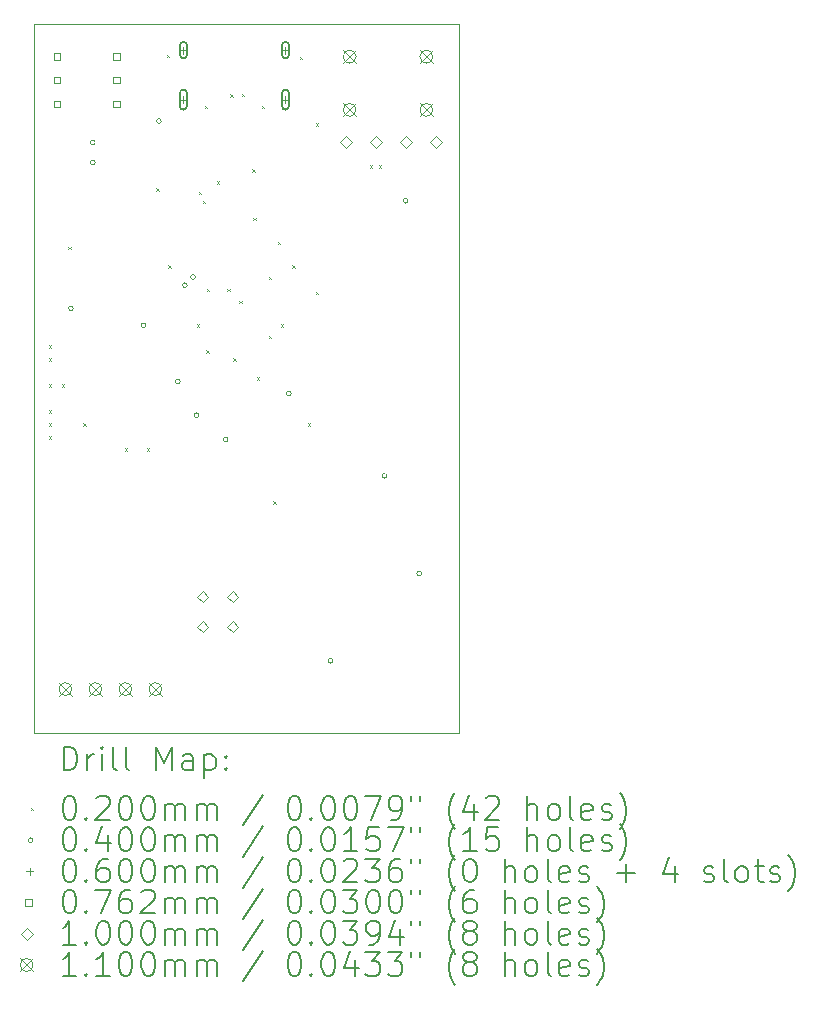
<source format=gbr>
%TF.GenerationSoftware,KiCad,Pcbnew,7.0.5-7.0.5~ubuntu22.04.1*%
%TF.CreationDate,2023-06-24T11:50:11+02:00*%
%TF.ProjectId,Signal Generator,5369676e-616c-4204-9765-6e657261746f,2*%
%TF.SameCoordinates,Original*%
%TF.FileFunction,Drillmap*%
%TF.FilePolarity,Positive*%
%FSLAX45Y45*%
G04 Gerber Fmt 4.5, Leading zero omitted, Abs format (unit mm)*
G04 Created by KiCad (PCBNEW 7.0.5-7.0.5~ubuntu22.04.1) date 2023-06-24 11:50:11*
%MOMM*%
%LPD*%
G01*
G04 APERTURE LIST*
%ADD10C,0.100000*%
%ADD11C,0.200000*%
%ADD12C,0.020000*%
%ADD13C,0.040000*%
%ADD14C,0.060000*%
%ADD15C,0.076200*%
%ADD16C,0.110000*%
G04 APERTURE END LIST*
D10*
X9000000Y-9750000D02*
X12600000Y-9750000D01*
X12600000Y-15750000D01*
X9000000Y-15750000D01*
X9000000Y-9750000D01*
D11*
D12*
X9130000Y-12470000D02*
X9150000Y-12490000D01*
X9150000Y-12470000D02*
X9130000Y-12490000D01*
X9130000Y-12580000D02*
X9150000Y-12600000D01*
X9150000Y-12580000D02*
X9130000Y-12600000D01*
X9130000Y-12800000D02*
X9150000Y-12820000D01*
X9150000Y-12800000D02*
X9130000Y-12820000D01*
X9130000Y-13020000D02*
X9150000Y-13040000D01*
X9150000Y-13020000D02*
X9130000Y-13040000D01*
X9130000Y-13130000D02*
X9150000Y-13150000D01*
X9150000Y-13130000D02*
X9130000Y-13150000D01*
X9130000Y-13240000D02*
X9150000Y-13260000D01*
X9150000Y-13240000D02*
X9130000Y-13260000D01*
X9240000Y-12800000D02*
X9260000Y-12820000D01*
X9260000Y-12800000D02*
X9240000Y-12820000D01*
X9292500Y-11632500D02*
X9312500Y-11652500D01*
X9312500Y-11632500D02*
X9292500Y-11652500D01*
X9420000Y-13130000D02*
X9440000Y-13150000D01*
X9440000Y-13130000D02*
X9420000Y-13150000D01*
X9770000Y-13340000D02*
X9790000Y-13360000D01*
X9790000Y-13340000D02*
X9770000Y-13360000D01*
X9960000Y-13340000D02*
X9980000Y-13360000D01*
X9980000Y-13340000D02*
X9960000Y-13360000D01*
X10040000Y-11140000D02*
X10060000Y-11160000D01*
X10060000Y-11140000D02*
X10040000Y-11160000D01*
X10130000Y-10010000D02*
X10150000Y-10030000D01*
X10150000Y-10010000D02*
X10130000Y-10030000D01*
X10140000Y-11790000D02*
X10160000Y-11810000D01*
X10160000Y-11790000D02*
X10140000Y-11810000D01*
X10380000Y-12290000D02*
X10400000Y-12310000D01*
X10400000Y-12290000D02*
X10380000Y-12310000D01*
X10400000Y-11170000D02*
X10420000Y-11190000D01*
X10420000Y-11170000D02*
X10400000Y-11190000D01*
X10432500Y-11247500D02*
X10452500Y-11267500D01*
X10452500Y-11247500D02*
X10432500Y-11267500D01*
X10450000Y-10440000D02*
X10470000Y-10460000D01*
X10470000Y-10440000D02*
X10450000Y-10460000D01*
X10462500Y-12512500D02*
X10482500Y-12532500D01*
X10482500Y-12512500D02*
X10462500Y-12532500D01*
X10464605Y-11989604D02*
X10484605Y-12009604D01*
X10484605Y-11989604D02*
X10464605Y-12009604D01*
X10550000Y-11080000D02*
X10570000Y-11100000D01*
X10570000Y-11080000D02*
X10550000Y-11100000D01*
X10640000Y-11990000D02*
X10660000Y-12010000D01*
X10660000Y-11990000D02*
X10640000Y-12010000D01*
X10665000Y-10342678D02*
X10685000Y-10362678D01*
X10685000Y-10342678D02*
X10665000Y-10362678D01*
X10690000Y-12580000D02*
X10710000Y-12600000D01*
X10710000Y-12580000D02*
X10690000Y-12600000D01*
X10740000Y-12090000D02*
X10760000Y-12110000D01*
X10760000Y-12090000D02*
X10740000Y-12110000D01*
X10765000Y-10340000D02*
X10785000Y-10360000D01*
X10785000Y-10340000D02*
X10765000Y-10360000D01*
X10850000Y-10980000D02*
X10870000Y-11000000D01*
X10870000Y-10980000D02*
X10850000Y-11000000D01*
X10860000Y-11390000D02*
X10880000Y-11410000D01*
X10880000Y-11390000D02*
X10860000Y-11410000D01*
X10890000Y-12740000D02*
X10910000Y-12760000D01*
X10910000Y-12740000D02*
X10890000Y-12760000D01*
X10930000Y-10440000D02*
X10950000Y-10460000D01*
X10950000Y-10440000D02*
X10930000Y-10460000D01*
X10990000Y-11890000D02*
X11010000Y-11910000D01*
X11010000Y-11890000D02*
X10990000Y-11910000D01*
X10990000Y-12390000D02*
X11010000Y-12410000D01*
X11010000Y-12390000D02*
X10990000Y-12410000D01*
X11030000Y-13790000D02*
X11050000Y-13810000D01*
X11050000Y-13790000D02*
X11030000Y-13810000D01*
X11065000Y-11590000D02*
X11085000Y-11610000D01*
X11085000Y-11590000D02*
X11065000Y-11610000D01*
X11090000Y-12290000D02*
X11110000Y-12310000D01*
X11110000Y-12290000D02*
X11090000Y-12310000D01*
X11190000Y-11790000D02*
X11210000Y-11810000D01*
X11210000Y-11790000D02*
X11190000Y-11810000D01*
X11255000Y-10025000D02*
X11275000Y-10045000D01*
X11275000Y-10025000D02*
X11255000Y-10045000D01*
X11320000Y-13130000D02*
X11340000Y-13150000D01*
X11340000Y-13130000D02*
X11320000Y-13150000D01*
X11390000Y-10590000D02*
X11410000Y-10610000D01*
X11410000Y-10590000D02*
X11390000Y-10610000D01*
X11390000Y-12015000D02*
X11410000Y-12035000D01*
X11410000Y-12015000D02*
X11390000Y-12035000D01*
X11845000Y-10945000D02*
X11865000Y-10965000D01*
X11865000Y-10945000D02*
X11845000Y-10965000D01*
X11920000Y-10945000D02*
X11940000Y-10965000D01*
X11940000Y-10945000D02*
X11920000Y-10965000D01*
D13*
X9335000Y-12155000D02*
G75*
G03*
X9335000Y-12155000I-20000J0D01*
G01*
X9520000Y-10750000D02*
G75*
G03*
X9520000Y-10750000I-20000J0D01*
G01*
X9520000Y-10920000D02*
G75*
G03*
X9520000Y-10920000I-20000J0D01*
G01*
X9950000Y-12300000D02*
G75*
G03*
X9950000Y-12300000I-20000J0D01*
G01*
X10080000Y-10570000D02*
G75*
G03*
X10080000Y-10570000I-20000J0D01*
G01*
X10240000Y-12775000D02*
G75*
G03*
X10240000Y-12775000I-20000J0D01*
G01*
X10300000Y-11960000D02*
G75*
G03*
X10300000Y-11960000I-20000J0D01*
G01*
X10370000Y-11890000D02*
G75*
G03*
X10370000Y-11890000I-20000J0D01*
G01*
X10400000Y-13060000D02*
G75*
G03*
X10400000Y-13060000I-20000J0D01*
G01*
X10645000Y-13265000D02*
G75*
G03*
X10645000Y-13265000I-20000J0D01*
G01*
X11180000Y-12875000D02*
G75*
G03*
X11180000Y-12875000I-20000J0D01*
G01*
X11533750Y-15140000D02*
G75*
G03*
X11533750Y-15140000I-20000J0D01*
G01*
X11990000Y-13575000D02*
G75*
G03*
X11990000Y-13575000I-20000J0D01*
G01*
X12170000Y-11245000D02*
G75*
G03*
X12170000Y-11245000I-20000J0D01*
G01*
X12283750Y-14400000D02*
G75*
G03*
X12283750Y-14400000I-20000J0D01*
G01*
D14*
X10268000Y-9940000D02*
X10268000Y-10000000D01*
X10238000Y-9970000D02*
X10298000Y-9970000D01*
D11*
X10298000Y-10010000D02*
X10298000Y-9930000D01*
X10298000Y-9930000D02*
G75*
G03*
X10238000Y-9930000I-30000J0D01*
G01*
X10238000Y-9930000D02*
X10238000Y-10010000D01*
X10238000Y-10010000D02*
G75*
G03*
X10298000Y-10010000I30000J0D01*
G01*
D14*
X10268000Y-10358000D02*
X10268000Y-10418000D01*
X10238000Y-10388000D02*
X10298000Y-10388000D01*
D11*
X10298000Y-10443000D02*
X10298000Y-10333000D01*
X10298000Y-10333000D02*
G75*
G03*
X10238000Y-10333000I-30000J0D01*
G01*
X10238000Y-10333000D02*
X10238000Y-10443000D01*
X10238000Y-10443000D02*
G75*
G03*
X10298000Y-10443000I30000J0D01*
G01*
D14*
X11132000Y-9940000D02*
X11132000Y-10000000D01*
X11102000Y-9970000D02*
X11162000Y-9970000D01*
D11*
X11162000Y-10010000D02*
X11162000Y-9930000D01*
X11162000Y-9930000D02*
G75*
G03*
X11102000Y-9930000I-30000J0D01*
G01*
X11102000Y-9930000D02*
X11102000Y-10010000D01*
X11102000Y-10010000D02*
G75*
G03*
X11162000Y-10010000I30000J0D01*
G01*
D14*
X11132000Y-10358000D02*
X11132000Y-10418000D01*
X11102000Y-10388000D02*
X11162000Y-10388000D01*
D11*
X11162000Y-10443000D02*
X11162000Y-10333000D01*
X11162000Y-10333000D02*
G75*
G03*
X11102000Y-10333000I-30000J0D01*
G01*
X11102000Y-10333000D02*
X11102000Y-10443000D01*
X11102000Y-10443000D02*
G75*
G03*
X11162000Y-10443000I30000J0D01*
G01*
D15*
X9226941Y-10051941D02*
X9226941Y-9998059D01*
X9173059Y-9998059D01*
X9173059Y-10051941D01*
X9226941Y-10051941D01*
X9226941Y-10251941D02*
X9226941Y-10198059D01*
X9173059Y-10198059D01*
X9173059Y-10251941D01*
X9226941Y-10251941D01*
X9226941Y-10451941D02*
X9226941Y-10398059D01*
X9173059Y-10398059D01*
X9173059Y-10451941D01*
X9226941Y-10451941D01*
X9726941Y-10051941D02*
X9726941Y-9998059D01*
X9673059Y-9998059D01*
X9673059Y-10051941D01*
X9726941Y-10051941D01*
X9726941Y-10251941D02*
X9726941Y-10198059D01*
X9673059Y-10198059D01*
X9673059Y-10251941D01*
X9726941Y-10251941D01*
X9726941Y-10451941D02*
X9726941Y-10398059D01*
X9673059Y-10398059D01*
X9673059Y-10451941D01*
X9726941Y-10451941D01*
D10*
X10430000Y-14646000D02*
X10480000Y-14596000D01*
X10430000Y-14546000D01*
X10380000Y-14596000D01*
X10430000Y-14646000D01*
X10430000Y-14900000D02*
X10480000Y-14850000D01*
X10430000Y-14800000D01*
X10380000Y-14850000D01*
X10430000Y-14900000D01*
X10684000Y-14646000D02*
X10734000Y-14596000D01*
X10684000Y-14546000D01*
X10634000Y-14596000D01*
X10684000Y-14646000D01*
X10684000Y-14900000D02*
X10734000Y-14850000D01*
X10684000Y-14800000D01*
X10634000Y-14850000D01*
X10684000Y-14900000D01*
X11642000Y-10800000D02*
X11692000Y-10750000D01*
X11642000Y-10700000D01*
X11592000Y-10750000D01*
X11642000Y-10800000D01*
X11896000Y-10800000D02*
X11946000Y-10750000D01*
X11896000Y-10700000D01*
X11846000Y-10750000D01*
X11896000Y-10800000D01*
X12150000Y-10800000D02*
X12200000Y-10750000D01*
X12150000Y-10700000D01*
X12100000Y-10750000D01*
X12150000Y-10800000D01*
X12404000Y-10800000D02*
X12454000Y-10750000D01*
X12404000Y-10700000D01*
X12354000Y-10750000D01*
X12404000Y-10800000D01*
D16*
X9213500Y-15325000D02*
X9323500Y-15435000D01*
X9323500Y-15325000D02*
X9213500Y-15435000D01*
X9323500Y-15380000D02*
G75*
G03*
X9323500Y-15380000I-55000J0D01*
G01*
X9467500Y-15325000D02*
X9577500Y-15435000D01*
X9577500Y-15325000D02*
X9467500Y-15435000D01*
X9577500Y-15380000D02*
G75*
G03*
X9577500Y-15380000I-55000J0D01*
G01*
X9721500Y-15325000D02*
X9831500Y-15435000D01*
X9831500Y-15325000D02*
X9721500Y-15435000D01*
X9831500Y-15380000D02*
G75*
G03*
X9831500Y-15380000I-55000J0D01*
G01*
X9975500Y-15325000D02*
X10085500Y-15435000D01*
X10085500Y-15325000D02*
X9975500Y-15435000D01*
X10085500Y-15380000D02*
G75*
G03*
X10085500Y-15380000I-55000J0D01*
G01*
X11620000Y-9970000D02*
X11730000Y-10080000D01*
X11730000Y-9970000D02*
X11620000Y-10080000D01*
X11730000Y-10025000D02*
G75*
G03*
X11730000Y-10025000I-55000J0D01*
G01*
X11620000Y-10420000D02*
X11730000Y-10530000D01*
X11730000Y-10420000D02*
X11620000Y-10530000D01*
X11730000Y-10475000D02*
G75*
G03*
X11730000Y-10475000I-55000J0D01*
G01*
X12270000Y-9970000D02*
X12380000Y-10080000D01*
X12380000Y-9970000D02*
X12270000Y-10080000D01*
X12380000Y-10025000D02*
G75*
G03*
X12380000Y-10025000I-55000J0D01*
G01*
X12270000Y-10420000D02*
X12380000Y-10530000D01*
X12380000Y-10420000D02*
X12270000Y-10530000D01*
X12380000Y-10475000D02*
G75*
G03*
X12380000Y-10475000I-55000J0D01*
G01*
D11*
X9255777Y-16066484D02*
X9255777Y-15866484D01*
X9255777Y-15866484D02*
X9303396Y-15866484D01*
X9303396Y-15866484D02*
X9331967Y-15876008D01*
X9331967Y-15876008D02*
X9351015Y-15895055D01*
X9351015Y-15895055D02*
X9360539Y-15914103D01*
X9360539Y-15914103D02*
X9370063Y-15952198D01*
X9370063Y-15952198D02*
X9370063Y-15980769D01*
X9370063Y-15980769D02*
X9360539Y-16018865D01*
X9360539Y-16018865D02*
X9351015Y-16037912D01*
X9351015Y-16037912D02*
X9331967Y-16056960D01*
X9331967Y-16056960D02*
X9303396Y-16066484D01*
X9303396Y-16066484D02*
X9255777Y-16066484D01*
X9455777Y-16066484D02*
X9455777Y-15933150D01*
X9455777Y-15971246D02*
X9465301Y-15952198D01*
X9465301Y-15952198D02*
X9474824Y-15942674D01*
X9474824Y-15942674D02*
X9493872Y-15933150D01*
X9493872Y-15933150D02*
X9512920Y-15933150D01*
X9579586Y-16066484D02*
X9579586Y-15933150D01*
X9579586Y-15866484D02*
X9570063Y-15876008D01*
X9570063Y-15876008D02*
X9579586Y-15885531D01*
X9579586Y-15885531D02*
X9589110Y-15876008D01*
X9589110Y-15876008D02*
X9579586Y-15866484D01*
X9579586Y-15866484D02*
X9579586Y-15885531D01*
X9703396Y-16066484D02*
X9684348Y-16056960D01*
X9684348Y-16056960D02*
X9674824Y-16037912D01*
X9674824Y-16037912D02*
X9674824Y-15866484D01*
X9808158Y-16066484D02*
X9789110Y-16056960D01*
X9789110Y-16056960D02*
X9779586Y-16037912D01*
X9779586Y-16037912D02*
X9779586Y-15866484D01*
X10036729Y-16066484D02*
X10036729Y-15866484D01*
X10036729Y-15866484D02*
X10103396Y-16009341D01*
X10103396Y-16009341D02*
X10170063Y-15866484D01*
X10170063Y-15866484D02*
X10170063Y-16066484D01*
X10351015Y-16066484D02*
X10351015Y-15961722D01*
X10351015Y-15961722D02*
X10341491Y-15942674D01*
X10341491Y-15942674D02*
X10322444Y-15933150D01*
X10322444Y-15933150D02*
X10284348Y-15933150D01*
X10284348Y-15933150D02*
X10265301Y-15942674D01*
X10351015Y-16056960D02*
X10331967Y-16066484D01*
X10331967Y-16066484D02*
X10284348Y-16066484D01*
X10284348Y-16066484D02*
X10265301Y-16056960D01*
X10265301Y-16056960D02*
X10255777Y-16037912D01*
X10255777Y-16037912D02*
X10255777Y-16018865D01*
X10255777Y-16018865D02*
X10265301Y-15999817D01*
X10265301Y-15999817D02*
X10284348Y-15990293D01*
X10284348Y-15990293D02*
X10331967Y-15990293D01*
X10331967Y-15990293D02*
X10351015Y-15980769D01*
X10446253Y-15933150D02*
X10446253Y-16133150D01*
X10446253Y-15942674D02*
X10465301Y-15933150D01*
X10465301Y-15933150D02*
X10503396Y-15933150D01*
X10503396Y-15933150D02*
X10522444Y-15942674D01*
X10522444Y-15942674D02*
X10531967Y-15952198D01*
X10531967Y-15952198D02*
X10541491Y-15971246D01*
X10541491Y-15971246D02*
X10541491Y-16028388D01*
X10541491Y-16028388D02*
X10531967Y-16047436D01*
X10531967Y-16047436D02*
X10522444Y-16056960D01*
X10522444Y-16056960D02*
X10503396Y-16066484D01*
X10503396Y-16066484D02*
X10465301Y-16066484D01*
X10465301Y-16066484D02*
X10446253Y-16056960D01*
X10627205Y-16047436D02*
X10636729Y-16056960D01*
X10636729Y-16056960D02*
X10627205Y-16066484D01*
X10627205Y-16066484D02*
X10617682Y-16056960D01*
X10617682Y-16056960D02*
X10627205Y-16047436D01*
X10627205Y-16047436D02*
X10627205Y-16066484D01*
X10627205Y-15942674D02*
X10636729Y-15952198D01*
X10636729Y-15952198D02*
X10627205Y-15961722D01*
X10627205Y-15961722D02*
X10617682Y-15952198D01*
X10617682Y-15952198D02*
X10627205Y-15942674D01*
X10627205Y-15942674D02*
X10627205Y-15961722D01*
D12*
X8975000Y-16385000D02*
X8995000Y-16405000D01*
X8995000Y-16385000D02*
X8975000Y-16405000D01*
D11*
X9293872Y-16286484D02*
X9312920Y-16286484D01*
X9312920Y-16286484D02*
X9331967Y-16296008D01*
X9331967Y-16296008D02*
X9341491Y-16305531D01*
X9341491Y-16305531D02*
X9351015Y-16324579D01*
X9351015Y-16324579D02*
X9360539Y-16362674D01*
X9360539Y-16362674D02*
X9360539Y-16410293D01*
X9360539Y-16410293D02*
X9351015Y-16448388D01*
X9351015Y-16448388D02*
X9341491Y-16467436D01*
X9341491Y-16467436D02*
X9331967Y-16476960D01*
X9331967Y-16476960D02*
X9312920Y-16486484D01*
X9312920Y-16486484D02*
X9293872Y-16486484D01*
X9293872Y-16486484D02*
X9274824Y-16476960D01*
X9274824Y-16476960D02*
X9265301Y-16467436D01*
X9265301Y-16467436D02*
X9255777Y-16448388D01*
X9255777Y-16448388D02*
X9246253Y-16410293D01*
X9246253Y-16410293D02*
X9246253Y-16362674D01*
X9246253Y-16362674D02*
X9255777Y-16324579D01*
X9255777Y-16324579D02*
X9265301Y-16305531D01*
X9265301Y-16305531D02*
X9274824Y-16296008D01*
X9274824Y-16296008D02*
X9293872Y-16286484D01*
X9446253Y-16467436D02*
X9455777Y-16476960D01*
X9455777Y-16476960D02*
X9446253Y-16486484D01*
X9446253Y-16486484D02*
X9436729Y-16476960D01*
X9436729Y-16476960D02*
X9446253Y-16467436D01*
X9446253Y-16467436D02*
X9446253Y-16486484D01*
X9531967Y-16305531D02*
X9541491Y-16296008D01*
X9541491Y-16296008D02*
X9560539Y-16286484D01*
X9560539Y-16286484D02*
X9608158Y-16286484D01*
X9608158Y-16286484D02*
X9627205Y-16296008D01*
X9627205Y-16296008D02*
X9636729Y-16305531D01*
X9636729Y-16305531D02*
X9646253Y-16324579D01*
X9646253Y-16324579D02*
X9646253Y-16343627D01*
X9646253Y-16343627D02*
X9636729Y-16372198D01*
X9636729Y-16372198D02*
X9522444Y-16486484D01*
X9522444Y-16486484D02*
X9646253Y-16486484D01*
X9770063Y-16286484D02*
X9789110Y-16286484D01*
X9789110Y-16286484D02*
X9808158Y-16296008D01*
X9808158Y-16296008D02*
X9817682Y-16305531D01*
X9817682Y-16305531D02*
X9827205Y-16324579D01*
X9827205Y-16324579D02*
X9836729Y-16362674D01*
X9836729Y-16362674D02*
X9836729Y-16410293D01*
X9836729Y-16410293D02*
X9827205Y-16448388D01*
X9827205Y-16448388D02*
X9817682Y-16467436D01*
X9817682Y-16467436D02*
X9808158Y-16476960D01*
X9808158Y-16476960D02*
X9789110Y-16486484D01*
X9789110Y-16486484D02*
X9770063Y-16486484D01*
X9770063Y-16486484D02*
X9751015Y-16476960D01*
X9751015Y-16476960D02*
X9741491Y-16467436D01*
X9741491Y-16467436D02*
X9731967Y-16448388D01*
X9731967Y-16448388D02*
X9722444Y-16410293D01*
X9722444Y-16410293D02*
X9722444Y-16362674D01*
X9722444Y-16362674D02*
X9731967Y-16324579D01*
X9731967Y-16324579D02*
X9741491Y-16305531D01*
X9741491Y-16305531D02*
X9751015Y-16296008D01*
X9751015Y-16296008D02*
X9770063Y-16286484D01*
X9960539Y-16286484D02*
X9979586Y-16286484D01*
X9979586Y-16286484D02*
X9998634Y-16296008D01*
X9998634Y-16296008D02*
X10008158Y-16305531D01*
X10008158Y-16305531D02*
X10017682Y-16324579D01*
X10017682Y-16324579D02*
X10027205Y-16362674D01*
X10027205Y-16362674D02*
X10027205Y-16410293D01*
X10027205Y-16410293D02*
X10017682Y-16448388D01*
X10017682Y-16448388D02*
X10008158Y-16467436D01*
X10008158Y-16467436D02*
X9998634Y-16476960D01*
X9998634Y-16476960D02*
X9979586Y-16486484D01*
X9979586Y-16486484D02*
X9960539Y-16486484D01*
X9960539Y-16486484D02*
X9941491Y-16476960D01*
X9941491Y-16476960D02*
X9931967Y-16467436D01*
X9931967Y-16467436D02*
X9922444Y-16448388D01*
X9922444Y-16448388D02*
X9912920Y-16410293D01*
X9912920Y-16410293D02*
X9912920Y-16362674D01*
X9912920Y-16362674D02*
X9922444Y-16324579D01*
X9922444Y-16324579D02*
X9931967Y-16305531D01*
X9931967Y-16305531D02*
X9941491Y-16296008D01*
X9941491Y-16296008D02*
X9960539Y-16286484D01*
X10112920Y-16486484D02*
X10112920Y-16353150D01*
X10112920Y-16372198D02*
X10122444Y-16362674D01*
X10122444Y-16362674D02*
X10141491Y-16353150D01*
X10141491Y-16353150D02*
X10170063Y-16353150D01*
X10170063Y-16353150D02*
X10189110Y-16362674D01*
X10189110Y-16362674D02*
X10198634Y-16381722D01*
X10198634Y-16381722D02*
X10198634Y-16486484D01*
X10198634Y-16381722D02*
X10208158Y-16362674D01*
X10208158Y-16362674D02*
X10227205Y-16353150D01*
X10227205Y-16353150D02*
X10255777Y-16353150D01*
X10255777Y-16353150D02*
X10274825Y-16362674D01*
X10274825Y-16362674D02*
X10284348Y-16381722D01*
X10284348Y-16381722D02*
X10284348Y-16486484D01*
X10379586Y-16486484D02*
X10379586Y-16353150D01*
X10379586Y-16372198D02*
X10389110Y-16362674D01*
X10389110Y-16362674D02*
X10408158Y-16353150D01*
X10408158Y-16353150D02*
X10436729Y-16353150D01*
X10436729Y-16353150D02*
X10455777Y-16362674D01*
X10455777Y-16362674D02*
X10465301Y-16381722D01*
X10465301Y-16381722D02*
X10465301Y-16486484D01*
X10465301Y-16381722D02*
X10474825Y-16362674D01*
X10474825Y-16362674D02*
X10493872Y-16353150D01*
X10493872Y-16353150D02*
X10522444Y-16353150D01*
X10522444Y-16353150D02*
X10541491Y-16362674D01*
X10541491Y-16362674D02*
X10551015Y-16381722D01*
X10551015Y-16381722D02*
X10551015Y-16486484D01*
X10941491Y-16276960D02*
X10770063Y-16534103D01*
X11198634Y-16286484D02*
X11217682Y-16286484D01*
X11217682Y-16286484D02*
X11236729Y-16296008D01*
X11236729Y-16296008D02*
X11246253Y-16305531D01*
X11246253Y-16305531D02*
X11255777Y-16324579D01*
X11255777Y-16324579D02*
X11265301Y-16362674D01*
X11265301Y-16362674D02*
X11265301Y-16410293D01*
X11265301Y-16410293D02*
X11255777Y-16448388D01*
X11255777Y-16448388D02*
X11246253Y-16467436D01*
X11246253Y-16467436D02*
X11236729Y-16476960D01*
X11236729Y-16476960D02*
X11217682Y-16486484D01*
X11217682Y-16486484D02*
X11198634Y-16486484D01*
X11198634Y-16486484D02*
X11179587Y-16476960D01*
X11179587Y-16476960D02*
X11170063Y-16467436D01*
X11170063Y-16467436D02*
X11160539Y-16448388D01*
X11160539Y-16448388D02*
X11151015Y-16410293D01*
X11151015Y-16410293D02*
X11151015Y-16362674D01*
X11151015Y-16362674D02*
X11160539Y-16324579D01*
X11160539Y-16324579D02*
X11170063Y-16305531D01*
X11170063Y-16305531D02*
X11179587Y-16296008D01*
X11179587Y-16296008D02*
X11198634Y-16286484D01*
X11351015Y-16467436D02*
X11360539Y-16476960D01*
X11360539Y-16476960D02*
X11351015Y-16486484D01*
X11351015Y-16486484D02*
X11341491Y-16476960D01*
X11341491Y-16476960D02*
X11351015Y-16467436D01*
X11351015Y-16467436D02*
X11351015Y-16486484D01*
X11484348Y-16286484D02*
X11503396Y-16286484D01*
X11503396Y-16286484D02*
X11522444Y-16296008D01*
X11522444Y-16296008D02*
X11531967Y-16305531D01*
X11531967Y-16305531D02*
X11541491Y-16324579D01*
X11541491Y-16324579D02*
X11551015Y-16362674D01*
X11551015Y-16362674D02*
X11551015Y-16410293D01*
X11551015Y-16410293D02*
X11541491Y-16448388D01*
X11541491Y-16448388D02*
X11531967Y-16467436D01*
X11531967Y-16467436D02*
X11522444Y-16476960D01*
X11522444Y-16476960D02*
X11503396Y-16486484D01*
X11503396Y-16486484D02*
X11484348Y-16486484D01*
X11484348Y-16486484D02*
X11465301Y-16476960D01*
X11465301Y-16476960D02*
X11455777Y-16467436D01*
X11455777Y-16467436D02*
X11446253Y-16448388D01*
X11446253Y-16448388D02*
X11436729Y-16410293D01*
X11436729Y-16410293D02*
X11436729Y-16362674D01*
X11436729Y-16362674D02*
X11446253Y-16324579D01*
X11446253Y-16324579D02*
X11455777Y-16305531D01*
X11455777Y-16305531D02*
X11465301Y-16296008D01*
X11465301Y-16296008D02*
X11484348Y-16286484D01*
X11674825Y-16286484D02*
X11693872Y-16286484D01*
X11693872Y-16286484D02*
X11712920Y-16296008D01*
X11712920Y-16296008D02*
X11722444Y-16305531D01*
X11722444Y-16305531D02*
X11731967Y-16324579D01*
X11731967Y-16324579D02*
X11741491Y-16362674D01*
X11741491Y-16362674D02*
X11741491Y-16410293D01*
X11741491Y-16410293D02*
X11731967Y-16448388D01*
X11731967Y-16448388D02*
X11722444Y-16467436D01*
X11722444Y-16467436D02*
X11712920Y-16476960D01*
X11712920Y-16476960D02*
X11693872Y-16486484D01*
X11693872Y-16486484D02*
X11674825Y-16486484D01*
X11674825Y-16486484D02*
X11655777Y-16476960D01*
X11655777Y-16476960D02*
X11646253Y-16467436D01*
X11646253Y-16467436D02*
X11636729Y-16448388D01*
X11636729Y-16448388D02*
X11627206Y-16410293D01*
X11627206Y-16410293D02*
X11627206Y-16362674D01*
X11627206Y-16362674D02*
X11636729Y-16324579D01*
X11636729Y-16324579D02*
X11646253Y-16305531D01*
X11646253Y-16305531D02*
X11655777Y-16296008D01*
X11655777Y-16296008D02*
X11674825Y-16286484D01*
X11808158Y-16286484D02*
X11941491Y-16286484D01*
X11941491Y-16286484D02*
X11855777Y-16486484D01*
X12027206Y-16486484D02*
X12065301Y-16486484D01*
X12065301Y-16486484D02*
X12084348Y-16476960D01*
X12084348Y-16476960D02*
X12093872Y-16467436D01*
X12093872Y-16467436D02*
X12112920Y-16438865D01*
X12112920Y-16438865D02*
X12122444Y-16400769D01*
X12122444Y-16400769D02*
X12122444Y-16324579D01*
X12122444Y-16324579D02*
X12112920Y-16305531D01*
X12112920Y-16305531D02*
X12103396Y-16296008D01*
X12103396Y-16296008D02*
X12084348Y-16286484D01*
X12084348Y-16286484D02*
X12046253Y-16286484D01*
X12046253Y-16286484D02*
X12027206Y-16296008D01*
X12027206Y-16296008D02*
X12017682Y-16305531D01*
X12017682Y-16305531D02*
X12008158Y-16324579D01*
X12008158Y-16324579D02*
X12008158Y-16372198D01*
X12008158Y-16372198D02*
X12017682Y-16391246D01*
X12017682Y-16391246D02*
X12027206Y-16400769D01*
X12027206Y-16400769D02*
X12046253Y-16410293D01*
X12046253Y-16410293D02*
X12084348Y-16410293D01*
X12084348Y-16410293D02*
X12103396Y-16400769D01*
X12103396Y-16400769D02*
X12112920Y-16391246D01*
X12112920Y-16391246D02*
X12122444Y-16372198D01*
X12198634Y-16286484D02*
X12198634Y-16324579D01*
X12274825Y-16286484D02*
X12274825Y-16324579D01*
X12570063Y-16562674D02*
X12560539Y-16553150D01*
X12560539Y-16553150D02*
X12541491Y-16524579D01*
X12541491Y-16524579D02*
X12531968Y-16505531D01*
X12531968Y-16505531D02*
X12522444Y-16476960D01*
X12522444Y-16476960D02*
X12512920Y-16429341D01*
X12512920Y-16429341D02*
X12512920Y-16391246D01*
X12512920Y-16391246D02*
X12522444Y-16343627D01*
X12522444Y-16343627D02*
X12531968Y-16315055D01*
X12531968Y-16315055D02*
X12541491Y-16296008D01*
X12541491Y-16296008D02*
X12560539Y-16267436D01*
X12560539Y-16267436D02*
X12570063Y-16257912D01*
X12731968Y-16353150D02*
X12731968Y-16486484D01*
X12684348Y-16276960D02*
X12636729Y-16419817D01*
X12636729Y-16419817D02*
X12760539Y-16419817D01*
X12827206Y-16305531D02*
X12836729Y-16296008D01*
X12836729Y-16296008D02*
X12855777Y-16286484D01*
X12855777Y-16286484D02*
X12903396Y-16286484D01*
X12903396Y-16286484D02*
X12922444Y-16296008D01*
X12922444Y-16296008D02*
X12931968Y-16305531D01*
X12931968Y-16305531D02*
X12941491Y-16324579D01*
X12941491Y-16324579D02*
X12941491Y-16343627D01*
X12941491Y-16343627D02*
X12931968Y-16372198D01*
X12931968Y-16372198D02*
X12817682Y-16486484D01*
X12817682Y-16486484D02*
X12941491Y-16486484D01*
X13179587Y-16486484D02*
X13179587Y-16286484D01*
X13265301Y-16486484D02*
X13265301Y-16381722D01*
X13265301Y-16381722D02*
X13255777Y-16362674D01*
X13255777Y-16362674D02*
X13236730Y-16353150D01*
X13236730Y-16353150D02*
X13208158Y-16353150D01*
X13208158Y-16353150D02*
X13189110Y-16362674D01*
X13189110Y-16362674D02*
X13179587Y-16372198D01*
X13389110Y-16486484D02*
X13370063Y-16476960D01*
X13370063Y-16476960D02*
X13360539Y-16467436D01*
X13360539Y-16467436D02*
X13351015Y-16448388D01*
X13351015Y-16448388D02*
X13351015Y-16391246D01*
X13351015Y-16391246D02*
X13360539Y-16372198D01*
X13360539Y-16372198D02*
X13370063Y-16362674D01*
X13370063Y-16362674D02*
X13389110Y-16353150D01*
X13389110Y-16353150D02*
X13417682Y-16353150D01*
X13417682Y-16353150D02*
X13436730Y-16362674D01*
X13436730Y-16362674D02*
X13446253Y-16372198D01*
X13446253Y-16372198D02*
X13455777Y-16391246D01*
X13455777Y-16391246D02*
X13455777Y-16448388D01*
X13455777Y-16448388D02*
X13446253Y-16467436D01*
X13446253Y-16467436D02*
X13436730Y-16476960D01*
X13436730Y-16476960D02*
X13417682Y-16486484D01*
X13417682Y-16486484D02*
X13389110Y-16486484D01*
X13570063Y-16486484D02*
X13551015Y-16476960D01*
X13551015Y-16476960D02*
X13541491Y-16457912D01*
X13541491Y-16457912D02*
X13541491Y-16286484D01*
X13722444Y-16476960D02*
X13703396Y-16486484D01*
X13703396Y-16486484D02*
X13665301Y-16486484D01*
X13665301Y-16486484D02*
X13646253Y-16476960D01*
X13646253Y-16476960D02*
X13636730Y-16457912D01*
X13636730Y-16457912D02*
X13636730Y-16381722D01*
X13636730Y-16381722D02*
X13646253Y-16362674D01*
X13646253Y-16362674D02*
X13665301Y-16353150D01*
X13665301Y-16353150D02*
X13703396Y-16353150D01*
X13703396Y-16353150D02*
X13722444Y-16362674D01*
X13722444Y-16362674D02*
X13731968Y-16381722D01*
X13731968Y-16381722D02*
X13731968Y-16400769D01*
X13731968Y-16400769D02*
X13636730Y-16419817D01*
X13808158Y-16476960D02*
X13827206Y-16486484D01*
X13827206Y-16486484D02*
X13865301Y-16486484D01*
X13865301Y-16486484D02*
X13884349Y-16476960D01*
X13884349Y-16476960D02*
X13893872Y-16457912D01*
X13893872Y-16457912D02*
X13893872Y-16448388D01*
X13893872Y-16448388D02*
X13884349Y-16429341D01*
X13884349Y-16429341D02*
X13865301Y-16419817D01*
X13865301Y-16419817D02*
X13836730Y-16419817D01*
X13836730Y-16419817D02*
X13817682Y-16410293D01*
X13817682Y-16410293D02*
X13808158Y-16391246D01*
X13808158Y-16391246D02*
X13808158Y-16381722D01*
X13808158Y-16381722D02*
X13817682Y-16362674D01*
X13817682Y-16362674D02*
X13836730Y-16353150D01*
X13836730Y-16353150D02*
X13865301Y-16353150D01*
X13865301Y-16353150D02*
X13884349Y-16362674D01*
X13960539Y-16562674D02*
X13970063Y-16553150D01*
X13970063Y-16553150D02*
X13989111Y-16524579D01*
X13989111Y-16524579D02*
X13998634Y-16505531D01*
X13998634Y-16505531D02*
X14008158Y-16476960D01*
X14008158Y-16476960D02*
X14017682Y-16429341D01*
X14017682Y-16429341D02*
X14017682Y-16391246D01*
X14017682Y-16391246D02*
X14008158Y-16343627D01*
X14008158Y-16343627D02*
X13998634Y-16315055D01*
X13998634Y-16315055D02*
X13989111Y-16296008D01*
X13989111Y-16296008D02*
X13970063Y-16267436D01*
X13970063Y-16267436D02*
X13960539Y-16257912D01*
D13*
X8995000Y-16659000D02*
G75*
G03*
X8995000Y-16659000I-20000J0D01*
G01*
D11*
X9293872Y-16550484D02*
X9312920Y-16550484D01*
X9312920Y-16550484D02*
X9331967Y-16560008D01*
X9331967Y-16560008D02*
X9341491Y-16569531D01*
X9341491Y-16569531D02*
X9351015Y-16588579D01*
X9351015Y-16588579D02*
X9360539Y-16626674D01*
X9360539Y-16626674D02*
X9360539Y-16674293D01*
X9360539Y-16674293D02*
X9351015Y-16712388D01*
X9351015Y-16712388D02*
X9341491Y-16731436D01*
X9341491Y-16731436D02*
X9331967Y-16740960D01*
X9331967Y-16740960D02*
X9312920Y-16750484D01*
X9312920Y-16750484D02*
X9293872Y-16750484D01*
X9293872Y-16750484D02*
X9274824Y-16740960D01*
X9274824Y-16740960D02*
X9265301Y-16731436D01*
X9265301Y-16731436D02*
X9255777Y-16712388D01*
X9255777Y-16712388D02*
X9246253Y-16674293D01*
X9246253Y-16674293D02*
X9246253Y-16626674D01*
X9246253Y-16626674D02*
X9255777Y-16588579D01*
X9255777Y-16588579D02*
X9265301Y-16569531D01*
X9265301Y-16569531D02*
X9274824Y-16560008D01*
X9274824Y-16560008D02*
X9293872Y-16550484D01*
X9446253Y-16731436D02*
X9455777Y-16740960D01*
X9455777Y-16740960D02*
X9446253Y-16750484D01*
X9446253Y-16750484D02*
X9436729Y-16740960D01*
X9436729Y-16740960D02*
X9446253Y-16731436D01*
X9446253Y-16731436D02*
X9446253Y-16750484D01*
X9627205Y-16617150D02*
X9627205Y-16750484D01*
X9579586Y-16540960D02*
X9531967Y-16683817D01*
X9531967Y-16683817D02*
X9655777Y-16683817D01*
X9770063Y-16550484D02*
X9789110Y-16550484D01*
X9789110Y-16550484D02*
X9808158Y-16560008D01*
X9808158Y-16560008D02*
X9817682Y-16569531D01*
X9817682Y-16569531D02*
X9827205Y-16588579D01*
X9827205Y-16588579D02*
X9836729Y-16626674D01*
X9836729Y-16626674D02*
X9836729Y-16674293D01*
X9836729Y-16674293D02*
X9827205Y-16712388D01*
X9827205Y-16712388D02*
X9817682Y-16731436D01*
X9817682Y-16731436D02*
X9808158Y-16740960D01*
X9808158Y-16740960D02*
X9789110Y-16750484D01*
X9789110Y-16750484D02*
X9770063Y-16750484D01*
X9770063Y-16750484D02*
X9751015Y-16740960D01*
X9751015Y-16740960D02*
X9741491Y-16731436D01*
X9741491Y-16731436D02*
X9731967Y-16712388D01*
X9731967Y-16712388D02*
X9722444Y-16674293D01*
X9722444Y-16674293D02*
X9722444Y-16626674D01*
X9722444Y-16626674D02*
X9731967Y-16588579D01*
X9731967Y-16588579D02*
X9741491Y-16569531D01*
X9741491Y-16569531D02*
X9751015Y-16560008D01*
X9751015Y-16560008D02*
X9770063Y-16550484D01*
X9960539Y-16550484D02*
X9979586Y-16550484D01*
X9979586Y-16550484D02*
X9998634Y-16560008D01*
X9998634Y-16560008D02*
X10008158Y-16569531D01*
X10008158Y-16569531D02*
X10017682Y-16588579D01*
X10017682Y-16588579D02*
X10027205Y-16626674D01*
X10027205Y-16626674D02*
X10027205Y-16674293D01*
X10027205Y-16674293D02*
X10017682Y-16712388D01*
X10017682Y-16712388D02*
X10008158Y-16731436D01*
X10008158Y-16731436D02*
X9998634Y-16740960D01*
X9998634Y-16740960D02*
X9979586Y-16750484D01*
X9979586Y-16750484D02*
X9960539Y-16750484D01*
X9960539Y-16750484D02*
X9941491Y-16740960D01*
X9941491Y-16740960D02*
X9931967Y-16731436D01*
X9931967Y-16731436D02*
X9922444Y-16712388D01*
X9922444Y-16712388D02*
X9912920Y-16674293D01*
X9912920Y-16674293D02*
X9912920Y-16626674D01*
X9912920Y-16626674D02*
X9922444Y-16588579D01*
X9922444Y-16588579D02*
X9931967Y-16569531D01*
X9931967Y-16569531D02*
X9941491Y-16560008D01*
X9941491Y-16560008D02*
X9960539Y-16550484D01*
X10112920Y-16750484D02*
X10112920Y-16617150D01*
X10112920Y-16636198D02*
X10122444Y-16626674D01*
X10122444Y-16626674D02*
X10141491Y-16617150D01*
X10141491Y-16617150D02*
X10170063Y-16617150D01*
X10170063Y-16617150D02*
X10189110Y-16626674D01*
X10189110Y-16626674D02*
X10198634Y-16645722D01*
X10198634Y-16645722D02*
X10198634Y-16750484D01*
X10198634Y-16645722D02*
X10208158Y-16626674D01*
X10208158Y-16626674D02*
X10227205Y-16617150D01*
X10227205Y-16617150D02*
X10255777Y-16617150D01*
X10255777Y-16617150D02*
X10274825Y-16626674D01*
X10274825Y-16626674D02*
X10284348Y-16645722D01*
X10284348Y-16645722D02*
X10284348Y-16750484D01*
X10379586Y-16750484D02*
X10379586Y-16617150D01*
X10379586Y-16636198D02*
X10389110Y-16626674D01*
X10389110Y-16626674D02*
X10408158Y-16617150D01*
X10408158Y-16617150D02*
X10436729Y-16617150D01*
X10436729Y-16617150D02*
X10455777Y-16626674D01*
X10455777Y-16626674D02*
X10465301Y-16645722D01*
X10465301Y-16645722D02*
X10465301Y-16750484D01*
X10465301Y-16645722D02*
X10474825Y-16626674D01*
X10474825Y-16626674D02*
X10493872Y-16617150D01*
X10493872Y-16617150D02*
X10522444Y-16617150D01*
X10522444Y-16617150D02*
X10541491Y-16626674D01*
X10541491Y-16626674D02*
X10551015Y-16645722D01*
X10551015Y-16645722D02*
X10551015Y-16750484D01*
X10941491Y-16540960D02*
X10770063Y-16798103D01*
X11198634Y-16550484D02*
X11217682Y-16550484D01*
X11217682Y-16550484D02*
X11236729Y-16560008D01*
X11236729Y-16560008D02*
X11246253Y-16569531D01*
X11246253Y-16569531D02*
X11255777Y-16588579D01*
X11255777Y-16588579D02*
X11265301Y-16626674D01*
X11265301Y-16626674D02*
X11265301Y-16674293D01*
X11265301Y-16674293D02*
X11255777Y-16712388D01*
X11255777Y-16712388D02*
X11246253Y-16731436D01*
X11246253Y-16731436D02*
X11236729Y-16740960D01*
X11236729Y-16740960D02*
X11217682Y-16750484D01*
X11217682Y-16750484D02*
X11198634Y-16750484D01*
X11198634Y-16750484D02*
X11179587Y-16740960D01*
X11179587Y-16740960D02*
X11170063Y-16731436D01*
X11170063Y-16731436D02*
X11160539Y-16712388D01*
X11160539Y-16712388D02*
X11151015Y-16674293D01*
X11151015Y-16674293D02*
X11151015Y-16626674D01*
X11151015Y-16626674D02*
X11160539Y-16588579D01*
X11160539Y-16588579D02*
X11170063Y-16569531D01*
X11170063Y-16569531D02*
X11179587Y-16560008D01*
X11179587Y-16560008D02*
X11198634Y-16550484D01*
X11351015Y-16731436D02*
X11360539Y-16740960D01*
X11360539Y-16740960D02*
X11351015Y-16750484D01*
X11351015Y-16750484D02*
X11341491Y-16740960D01*
X11341491Y-16740960D02*
X11351015Y-16731436D01*
X11351015Y-16731436D02*
X11351015Y-16750484D01*
X11484348Y-16550484D02*
X11503396Y-16550484D01*
X11503396Y-16550484D02*
X11522444Y-16560008D01*
X11522444Y-16560008D02*
X11531967Y-16569531D01*
X11531967Y-16569531D02*
X11541491Y-16588579D01*
X11541491Y-16588579D02*
X11551015Y-16626674D01*
X11551015Y-16626674D02*
X11551015Y-16674293D01*
X11551015Y-16674293D02*
X11541491Y-16712388D01*
X11541491Y-16712388D02*
X11531967Y-16731436D01*
X11531967Y-16731436D02*
X11522444Y-16740960D01*
X11522444Y-16740960D02*
X11503396Y-16750484D01*
X11503396Y-16750484D02*
X11484348Y-16750484D01*
X11484348Y-16750484D02*
X11465301Y-16740960D01*
X11465301Y-16740960D02*
X11455777Y-16731436D01*
X11455777Y-16731436D02*
X11446253Y-16712388D01*
X11446253Y-16712388D02*
X11436729Y-16674293D01*
X11436729Y-16674293D02*
X11436729Y-16626674D01*
X11436729Y-16626674D02*
X11446253Y-16588579D01*
X11446253Y-16588579D02*
X11455777Y-16569531D01*
X11455777Y-16569531D02*
X11465301Y-16560008D01*
X11465301Y-16560008D02*
X11484348Y-16550484D01*
X11741491Y-16750484D02*
X11627206Y-16750484D01*
X11684348Y-16750484D02*
X11684348Y-16550484D01*
X11684348Y-16550484D02*
X11665301Y-16579055D01*
X11665301Y-16579055D02*
X11646253Y-16598103D01*
X11646253Y-16598103D02*
X11627206Y-16607627D01*
X11922444Y-16550484D02*
X11827206Y-16550484D01*
X11827206Y-16550484D02*
X11817682Y-16645722D01*
X11817682Y-16645722D02*
X11827206Y-16636198D01*
X11827206Y-16636198D02*
X11846253Y-16626674D01*
X11846253Y-16626674D02*
X11893872Y-16626674D01*
X11893872Y-16626674D02*
X11912920Y-16636198D01*
X11912920Y-16636198D02*
X11922444Y-16645722D01*
X11922444Y-16645722D02*
X11931967Y-16664769D01*
X11931967Y-16664769D02*
X11931967Y-16712388D01*
X11931967Y-16712388D02*
X11922444Y-16731436D01*
X11922444Y-16731436D02*
X11912920Y-16740960D01*
X11912920Y-16740960D02*
X11893872Y-16750484D01*
X11893872Y-16750484D02*
X11846253Y-16750484D01*
X11846253Y-16750484D02*
X11827206Y-16740960D01*
X11827206Y-16740960D02*
X11817682Y-16731436D01*
X11998634Y-16550484D02*
X12131967Y-16550484D01*
X12131967Y-16550484D02*
X12046253Y-16750484D01*
X12198634Y-16550484D02*
X12198634Y-16588579D01*
X12274825Y-16550484D02*
X12274825Y-16588579D01*
X12570063Y-16826674D02*
X12560539Y-16817150D01*
X12560539Y-16817150D02*
X12541491Y-16788579D01*
X12541491Y-16788579D02*
X12531968Y-16769531D01*
X12531968Y-16769531D02*
X12522444Y-16740960D01*
X12522444Y-16740960D02*
X12512920Y-16693341D01*
X12512920Y-16693341D02*
X12512920Y-16655246D01*
X12512920Y-16655246D02*
X12522444Y-16607627D01*
X12522444Y-16607627D02*
X12531968Y-16579055D01*
X12531968Y-16579055D02*
X12541491Y-16560008D01*
X12541491Y-16560008D02*
X12560539Y-16531436D01*
X12560539Y-16531436D02*
X12570063Y-16521912D01*
X12751015Y-16750484D02*
X12636729Y-16750484D01*
X12693872Y-16750484D02*
X12693872Y-16550484D01*
X12693872Y-16550484D02*
X12674825Y-16579055D01*
X12674825Y-16579055D02*
X12655777Y-16598103D01*
X12655777Y-16598103D02*
X12636729Y-16607627D01*
X12931968Y-16550484D02*
X12836729Y-16550484D01*
X12836729Y-16550484D02*
X12827206Y-16645722D01*
X12827206Y-16645722D02*
X12836729Y-16636198D01*
X12836729Y-16636198D02*
X12855777Y-16626674D01*
X12855777Y-16626674D02*
X12903396Y-16626674D01*
X12903396Y-16626674D02*
X12922444Y-16636198D01*
X12922444Y-16636198D02*
X12931968Y-16645722D01*
X12931968Y-16645722D02*
X12941491Y-16664769D01*
X12941491Y-16664769D02*
X12941491Y-16712388D01*
X12941491Y-16712388D02*
X12931968Y-16731436D01*
X12931968Y-16731436D02*
X12922444Y-16740960D01*
X12922444Y-16740960D02*
X12903396Y-16750484D01*
X12903396Y-16750484D02*
X12855777Y-16750484D01*
X12855777Y-16750484D02*
X12836729Y-16740960D01*
X12836729Y-16740960D02*
X12827206Y-16731436D01*
X13179587Y-16750484D02*
X13179587Y-16550484D01*
X13265301Y-16750484D02*
X13265301Y-16645722D01*
X13265301Y-16645722D02*
X13255777Y-16626674D01*
X13255777Y-16626674D02*
X13236730Y-16617150D01*
X13236730Y-16617150D02*
X13208158Y-16617150D01*
X13208158Y-16617150D02*
X13189110Y-16626674D01*
X13189110Y-16626674D02*
X13179587Y-16636198D01*
X13389110Y-16750484D02*
X13370063Y-16740960D01*
X13370063Y-16740960D02*
X13360539Y-16731436D01*
X13360539Y-16731436D02*
X13351015Y-16712388D01*
X13351015Y-16712388D02*
X13351015Y-16655246D01*
X13351015Y-16655246D02*
X13360539Y-16636198D01*
X13360539Y-16636198D02*
X13370063Y-16626674D01*
X13370063Y-16626674D02*
X13389110Y-16617150D01*
X13389110Y-16617150D02*
X13417682Y-16617150D01*
X13417682Y-16617150D02*
X13436730Y-16626674D01*
X13436730Y-16626674D02*
X13446253Y-16636198D01*
X13446253Y-16636198D02*
X13455777Y-16655246D01*
X13455777Y-16655246D02*
X13455777Y-16712388D01*
X13455777Y-16712388D02*
X13446253Y-16731436D01*
X13446253Y-16731436D02*
X13436730Y-16740960D01*
X13436730Y-16740960D02*
X13417682Y-16750484D01*
X13417682Y-16750484D02*
X13389110Y-16750484D01*
X13570063Y-16750484D02*
X13551015Y-16740960D01*
X13551015Y-16740960D02*
X13541491Y-16721912D01*
X13541491Y-16721912D02*
X13541491Y-16550484D01*
X13722444Y-16740960D02*
X13703396Y-16750484D01*
X13703396Y-16750484D02*
X13665301Y-16750484D01*
X13665301Y-16750484D02*
X13646253Y-16740960D01*
X13646253Y-16740960D02*
X13636730Y-16721912D01*
X13636730Y-16721912D02*
X13636730Y-16645722D01*
X13636730Y-16645722D02*
X13646253Y-16626674D01*
X13646253Y-16626674D02*
X13665301Y-16617150D01*
X13665301Y-16617150D02*
X13703396Y-16617150D01*
X13703396Y-16617150D02*
X13722444Y-16626674D01*
X13722444Y-16626674D02*
X13731968Y-16645722D01*
X13731968Y-16645722D02*
X13731968Y-16664769D01*
X13731968Y-16664769D02*
X13636730Y-16683817D01*
X13808158Y-16740960D02*
X13827206Y-16750484D01*
X13827206Y-16750484D02*
X13865301Y-16750484D01*
X13865301Y-16750484D02*
X13884349Y-16740960D01*
X13884349Y-16740960D02*
X13893872Y-16721912D01*
X13893872Y-16721912D02*
X13893872Y-16712388D01*
X13893872Y-16712388D02*
X13884349Y-16693341D01*
X13884349Y-16693341D02*
X13865301Y-16683817D01*
X13865301Y-16683817D02*
X13836730Y-16683817D01*
X13836730Y-16683817D02*
X13817682Y-16674293D01*
X13817682Y-16674293D02*
X13808158Y-16655246D01*
X13808158Y-16655246D02*
X13808158Y-16645722D01*
X13808158Y-16645722D02*
X13817682Y-16626674D01*
X13817682Y-16626674D02*
X13836730Y-16617150D01*
X13836730Y-16617150D02*
X13865301Y-16617150D01*
X13865301Y-16617150D02*
X13884349Y-16626674D01*
X13960539Y-16826674D02*
X13970063Y-16817150D01*
X13970063Y-16817150D02*
X13989111Y-16788579D01*
X13989111Y-16788579D02*
X13998634Y-16769531D01*
X13998634Y-16769531D02*
X14008158Y-16740960D01*
X14008158Y-16740960D02*
X14017682Y-16693341D01*
X14017682Y-16693341D02*
X14017682Y-16655246D01*
X14017682Y-16655246D02*
X14008158Y-16607627D01*
X14008158Y-16607627D02*
X13998634Y-16579055D01*
X13998634Y-16579055D02*
X13989111Y-16560008D01*
X13989111Y-16560008D02*
X13970063Y-16531436D01*
X13970063Y-16531436D02*
X13960539Y-16521912D01*
D14*
X8965000Y-16893000D02*
X8965000Y-16953000D01*
X8935000Y-16923000D02*
X8995000Y-16923000D01*
D11*
X9293872Y-16814484D02*
X9312920Y-16814484D01*
X9312920Y-16814484D02*
X9331967Y-16824008D01*
X9331967Y-16824008D02*
X9341491Y-16833531D01*
X9341491Y-16833531D02*
X9351015Y-16852579D01*
X9351015Y-16852579D02*
X9360539Y-16890674D01*
X9360539Y-16890674D02*
X9360539Y-16938293D01*
X9360539Y-16938293D02*
X9351015Y-16976389D01*
X9351015Y-16976389D02*
X9341491Y-16995436D01*
X9341491Y-16995436D02*
X9331967Y-17004960D01*
X9331967Y-17004960D02*
X9312920Y-17014484D01*
X9312920Y-17014484D02*
X9293872Y-17014484D01*
X9293872Y-17014484D02*
X9274824Y-17004960D01*
X9274824Y-17004960D02*
X9265301Y-16995436D01*
X9265301Y-16995436D02*
X9255777Y-16976389D01*
X9255777Y-16976389D02*
X9246253Y-16938293D01*
X9246253Y-16938293D02*
X9246253Y-16890674D01*
X9246253Y-16890674D02*
X9255777Y-16852579D01*
X9255777Y-16852579D02*
X9265301Y-16833531D01*
X9265301Y-16833531D02*
X9274824Y-16824008D01*
X9274824Y-16824008D02*
X9293872Y-16814484D01*
X9446253Y-16995436D02*
X9455777Y-17004960D01*
X9455777Y-17004960D02*
X9446253Y-17014484D01*
X9446253Y-17014484D02*
X9436729Y-17004960D01*
X9436729Y-17004960D02*
X9446253Y-16995436D01*
X9446253Y-16995436D02*
X9446253Y-17014484D01*
X9627205Y-16814484D02*
X9589110Y-16814484D01*
X9589110Y-16814484D02*
X9570063Y-16824008D01*
X9570063Y-16824008D02*
X9560539Y-16833531D01*
X9560539Y-16833531D02*
X9541491Y-16862103D01*
X9541491Y-16862103D02*
X9531967Y-16900198D01*
X9531967Y-16900198D02*
X9531967Y-16976389D01*
X9531967Y-16976389D02*
X9541491Y-16995436D01*
X9541491Y-16995436D02*
X9551015Y-17004960D01*
X9551015Y-17004960D02*
X9570063Y-17014484D01*
X9570063Y-17014484D02*
X9608158Y-17014484D01*
X9608158Y-17014484D02*
X9627205Y-17004960D01*
X9627205Y-17004960D02*
X9636729Y-16995436D01*
X9636729Y-16995436D02*
X9646253Y-16976389D01*
X9646253Y-16976389D02*
X9646253Y-16928770D01*
X9646253Y-16928770D02*
X9636729Y-16909722D01*
X9636729Y-16909722D02*
X9627205Y-16900198D01*
X9627205Y-16900198D02*
X9608158Y-16890674D01*
X9608158Y-16890674D02*
X9570063Y-16890674D01*
X9570063Y-16890674D02*
X9551015Y-16900198D01*
X9551015Y-16900198D02*
X9541491Y-16909722D01*
X9541491Y-16909722D02*
X9531967Y-16928770D01*
X9770063Y-16814484D02*
X9789110Y-16814484D01*
X9789110Y-16814484D02*
X9808158Y-16824008D01*
X9808158Y-16824008D02*
X9817682Y-16833531D01*
X9817682Y-16833531D02*
X9827205Y-16852579D01*
X9827205Y-16852579D02*
X9836729Y-16890674D01*
X9836729Y-16890674D02*
X9836729Y-16938293D01*
X9836729Y-16938293D02*
X9827205Y-16976389D01*
X9827205Y-16976389D02*
X9817682Y-16995436D01*
X9817682Y-16995436D02*
X9808158Y-17004960D01*
X9808158Y-17004960D02*
X9789110Y-17014484D01*
X9789110Y-17014484D02*
X9770063Y-17014484D01*
X9770063Y-17014484D02*
X9751015Y-17004960D01*
X9751015Y-17004960D02*
X9741491Y-16995436D01*
X9741491Y-16995436D02*
X9731967Y-16976389D01*
X9731967Y-16976389D02*
X9722444Y-16938293D01*
X9722444Y-16938293D02*
X9722444Y-16890674D01*
X9722444Y-16890674D02*
X9731967Y-16852579D01*
X9731967Y-16852579D02*
X9741491Y-16833531D01*
X9741491Y-16833531D02*
X9751015Y-16824008D01*
X9751015Y-16824008D02*
X9770063Y-16814484D01*
X9960539Y-16814484D02*
X9979586Y-16814484D01*
X9979586Y-16814484D02*
X9998634Y-16824008D01*
X9998634Y-16824008D02*
X10008158Y-16833531D01*
X10008158Y-16833531D02*
X10017682Y-16852579D01*
X10017682Y-16852579D02*
X10027205Y-16890674D01*
X10027205Y-16890674D02*
X10027205Y-16938293D01*
X10027205Y-16938293D02*
X10017682Y-16976389D01*
X10017682Y-16976389D02*
X10008158Y-16995436D01*
X10008158Y-16995436D02*
X9998634Y-17004960D01*
X9998634Y-17004960D02*
X9979586Y-17014484D01*
X9979586Y-17014484D02*
X9960539Y-17014484D01*
X9960539Y-17014484D02*
X9941491Y-17004960D01*
X9941491Y-17004960D02*
X9931967Y-16995436D01*
X9931967Y-16995436D02*
X9922444Y-16976389D01*
X9922444Y-16976389D02*
X9912920Y-16938293D01*
X9912920Y-16938293D02*
X9912920Y-16890674D01*
X9912920Y-16890674D02*
X9922444Y-16852579D01*
X9922444Y-16852579D02*
X9931967Y-16833531D01*
X9931967Y-16833531D02*
X9941491Y-16824008D01*
X9941491Y-16824008D02*
X9960539Y-16814484D01*
X10112920Y-17014484D02*
X10112920Y-16881150D01*
X10112920Y-16900198D02*
X10122444Y-16890674D01*
X10122444Y-16890674D02*
X10141491Y-16881150D01*
X10141491Y-16881150D02*
X10170063Y-16881150D01*
X10170063Y-16881150D02*
X10189110Y-16890674D01*
X10189110Y-16890674D02*
X10198634Y-16909722D01*
X10198634Y-16909722D02*
X10198634Y-17014484D01*
X10198634Y-16909722D02*
X10208158Y-16890674D01*
X10208158Y-16890674D02*
X10227205Y-16881150D01*
X10227205Y-16881150D02*
X10255777Y-16881150D01*
X10255777Y-16881150D02*
X10274825Y-16890674D01*
X10274825Y-16890674D02*
X10284348Y-16909722D01*
X10284348Y-16909722D02*
X10284348Y-17014484D01*
X10379586Y-17014484D02*
X10379586Y-16881150D01*
X10379586Y-16900198D02*
X10389110Y-16890674D01*
X10389110Y-16890674D02*
X10408158Y-16881150D01*
X10408158Y-16881150D02*
X10436729Y-16881150D01*
X10436729Y-16881150D02*
X10455777Y-16890674D01*
X10455777Y-16890674D02*
X10465301Y-16909722D01*
X10465301Y-16909722D02*
X10465301Y-17014484D01*
X10465301Y-16909722D02*
X10474825Y-16890674D01*
X10474825Y-16890674D02*
X10493872Y-16881150D01*
X10493872Y-16881150D02*
X10522444Y-16881150D01*
X10522444Y-16881150D02*
X10541491Y-16890674D01*
X10541491Y-16890674D02*
X10551015Y-16909722D01*
X10551015Y-16909722D02*
X10551015Y-17014484D01*
X10941491Y-16804960D02*
X10770063Y-17062103D01*
X11198634Y-16814484D02*
X11217682Y-16814484D01*
X11217682Y-16814484D02*
X11236729Y-16824008D01*
X11236729Y-16824008D02*
X11246253Y-16833531D01*
X11246253Y-16833531D02*
X11255777Y-16852579D01*
X11255777Y-16852579D02*
X11265301Y-16890674D01*
X11265301Y-16890674D02*
X11265301Y-16938293D01*
X11265301Y-16938293D02*
X11255777Y-16976389D01*
X11255777Y-16976389D02*
X11246253Y-16995436D01*
X11246253Y-16995436D02*
X11236729Y-17004960D01*
X11236729Y-17004960D02*
X11217682Y-17014484D01*
X11217682Y-17014484D02*
X11198634Y-17014484D01*
X11198634Y-17014484D02*
X11179587Y-17004960D01*
X11179587Y-17004960D02*
X11170063Y-16995436D01*
X11170063Y-16995436D02*
X11160539Y-16976389D01*
X11160539Y-16976389D02*
X11151015Y-16938293D01*
X11151015Y-16938293D02*
X11151015Y-16890674D01*
X11151015Y-16890674D02*
X11160539Y-16852579D01*
X11160539Y-16852579D02*
X11170063Y-16833531D01*
X11170063Y-16833531D02*
X11179587Y-16824008D01*
X11179587Y-16824008D02*
X11198634Y-16814484D01*
X11351015Y-16995436D02*
X11360539Y-17004960D01*
X11360539Y-17004960D02*
X11351015Y-17014484D01*
X11351015Y-17014484D02*
X11341491Y-17004960D01*
X11341491Y-17004960D02*
X11351015Y-16995436D01*
X11351015Y-16995436D02*
X11351015Y-17014484D01*
X11484348Y-16814484D02*
X11503396Y-16814484D01*
X11503396Y-16814484D02*
X11522444Y-16824008D01*
X11522444Y-16824008D02*
X11531967Y-16833531D01*
X11531967Y-16833531D02*
X11541491Y-16852579D01*
X11541491Y-16852579D02*
X11551015Y-16890674D01*
X11551015Y-16890674D02*
X11551015Y-16938293D01*
X11551015Y-16938293D02*
X11541491Y-16976389D01*
X11541491Y-16976389D02*
X11531967Y-16995436D01*
X11531967Y-16995436D02*
X11522444Y-17004960D01*
X11522444Y-17004960D02*
X11503396Y-17014484D01*
X11503396Y-17014484D02*
X11484348Y-17014484D01*
X11484348Y-17014484D02*
X11465301Y-17004960D01*
X11465301Y-17004960D02*
X11455777Y-16995436D01*
X11455777Y-16995436D02*
X11446253Y-16976389D01*
X11446253Y-16976389D02*
X11436729Y-16938293D01*
X11436729Y-16938293D02*
X11436729Y-16890674D01*
X11436729Y-16890674D02*
X11446253Y-16852579D01*
X11446253Y-16852579D02*
X11455777Y-16833531D01*
X11455777Y-16833531D02*
X11465301Y-16824008D01*
X11465301Y-16824008D02*
X11484348Y-16814484D01*
X11627206Y-16833531D02*
X11636729Y-16824008D01*
X11636729Y-16824008D02*
X11655777Y-16814484D01*
X11655777Y-16814484D02*
X11703396Y-16814484D01*
X11703396Y-16814484D02*
X11722444Y-16824008D01*
X11722444Y-16824008D02*
X11731967Y-16833531D01*
X11731967Y-16833531D02*
X11741491Y-16852579D01*
X11741491Y-16852579D02*
X11741491Y-16871627D01*
X11741491Y-16871627D02*
X11731967Y-16900198D01*
X11731967Y-16900198D02*
X11617682Y-17014484D01*
X11617682Y-17014484D02*
X11741491Y-17014484D01*
X11808158Y-16814484D02*
X11931967Y-16814484D01*
X11931967Y-16814484D02*
X11865301Y-16890674D01*
X11865301Y-16890674D02*
X11893872Y-16890674D01*
X11893872Y-16890674D02*
X11912920Y-16900198D01*
X11912920Y-16900198D02*
X11922444Y-16909722D01*
X11922444Y-16909722D02*
X11931967Y-16928770D01*
X11931967Y-16928770D02*
X11931967Y-16976389D01*
X11931967Y-16976389D02*
X11922444Y-16995436D01*
X11922444Y-16995436D02*
X11912920Y-17004960D01*
X11912920Y-17004960D02*
X11893872Y-17014484D01*
X11893872Y-17014484D02*
X11836729Y-17014484D01*
X11836729Y-17014484D02*
X11817682Y-17004960D01*
X11817682Y-17004960D02*
X11808158Y-16995436D01*
X12103396Y-16814484D02*
X12065301Y-16814484D01*
X12065301Y-16814484D02*
X12046253Y-16824008D01*
X12046253Y-16824008D02*
X12036729Y-16833531D01*
X12036729Y-16833531D02*
X12017682Y-16862103D01*
X12017682Y-16862103D02*
X12008158Y-16900198D01*
X12008158Y-16900198D02*
X12008158Y-16976389D01*
X12008158Y-16976389D02*
X12017682Y-16995436D01*
X12017682Y-16995436D02*
X12027206Y-17004960D01*
X12027206Y-17004960D02*
X12046253Y-17014484D01*
X12046253Y-17014484D02*
X12084348Y-17014484D01*
X12084348Y-17014484D02*
X12103396Y-17004960D01*
X12103396Y-17004960D02*
X12112920Y-16995436D01*
X12112920Y-16995436D02*
X12122444Y-16976389D01*
X12122444Y-16976389D02*
X12122444Y-16928770D01*
X12122444Y-16928770D02*
X12112920Y-16909722D01*
X12112920Y-16909722D02*
X12103396Y-16900198D01*
X12103396Y-16900198D02*
X12084348Y-16890674D01*
X12084348Y-16890674D02*
X12046253Y-16890674D01*
X12046253Y-16890674D02*
X12027206Y-16900198D01*
X12027206Y-16900198D02*
X12017682Y-16909722D01*
X12017682Y-16909722D02*
X12008158Y-16928770D01*
X12198634Y-16814484D02*
X12198634Y-16852579D01*
X12274825Y-16814484D02*
X12274825Y-16852579D01*
X12570063Y-17090674D02*
X12560539Y-17081150D01*
X12560539Y-17081150D02*
X12541491Y-17052579D01*
X12541491Y-17052579D02*
X12531968Y-17033531D01*
X12531968Y-17033531D02*
X12522444Y-17004960D01*
X12522444Y-17004960D02*
X12512920Y-16957341D01*
X12512920Y-16957341D02*
X12512920Y-16919246D01*
X12512920Y-16919246D02*
X12522444Y-16871627D01*
X12522444Y-16871627D02*
X12531968Y-16843055D01*
X12531968Y-16843055D02*
X12541491Y-16824008D01*
X12541491Y-16824008D02*
X12560539Y-16795436D01*
X12560539Y-16795436D02*
X12570063Y-16785912D01*
X12684348Y-16814484D02*
X12703396Y-16814484D01*
X12703396Y-16814484D02*
X12722444Y-16824008D01*
X12722444Y-16824008D02*
X12731968Y-16833531D01*
X12731968Y-16833531D02*
X12741491Y-16852579D01*
X12741491Y-16852579D02*
X12751015Y-16890674D01*
X12751015Y-16890674D02*
X12751015Y-16938293D01*
X12751015Y-16938293D02*
X12741491Y-16976389D01*
X12741491Y-16976389D02*
X12731968Y-16995436D01*
X12731968Y-16995436D02*
X12722444Y-17004960D01*
X12722444Y-17004960D02*
X12703396Y-17014484D01*
X12703396Y-17014484D02*
X12684348Y-17014484D01*
X12684348Y-17014484D02*
X12665301Y-17004960D01*
X12665301Y-17004960D02*
X12655777Y-16995436D01*
X12655777Y-16995436D02*
X12646253Y-16976389D01*
X12646253Y-16976389D02*
X12636729Y-16938293D01*
X12636729Y-16938293D02*
X12636729Y-16890674D01*
X12636729Y-16890674D02*
X12646253Y-16852579D01*
X12646253Y-16852579D02*
X12655777Y-16833531D01*
X12655777Y-16833531D02*
X12665301Y-16824008D01*
X12665301Y-16824008D02*
X12684348Y-16814484D01*
X12989110Y-17014484D02*
X12989110Y-16814484D01*
X13074825Y-17014484D02*
X13074825Y-16909722D01*
X13074825Y-16909722D02*
X13065301Y-16890674D01*
X13065301Y-16890674D02*
X13046253Y-16881150D01*
X13046253Y-16881150D02*
X13017682Y-16881150D01*
X13017682Y-16881150D02*
X12998634Y-16890674D01*
X12998634Y-16890674D02*
X12989110Y-16900198D01*
X13198634Y-17014484D02*
X13179587Y-17004960D01*
X13179587Y-17004960D02*
X13170063Y-16995436D01*
X13170063Y-16995436D02*
X13160539Y-16976389D01*
X13160539Y-16976389D02*
X13160539Y-16919246D01*
X13160539Y-16919246D02*
X13170063Y-16900198D01*
X13170063Y-16900198D02*
X13179587Y-16890674D01*
X13179587Y-16890674D02*
X13198634Y-16881150D01*
X13198634Y-16881150D02*
X13227206Y-16881150D01*
X13227206Y-16881150D02*
X13246253Y-16890674D01*
X13246253Y-16890674D02*
X13255777Y-16900198D01*
X13255777Y-16900198D02*
X13265301Y-16919246D01*
X13265301Y-16919246D02*
X13265301Y-16976389D01*
X13265301Y-16976389D02*
X13255777Y-16995436D01*
X13255777Y-16995436D02*
X13246253Y-17004960D01*
X13246253Y-17004960D02*
X13227206Y-17014484D01*
X13227206Y-17014484D02*
X13198634Y-17014484D01*
X13379587Y-17014484D02*
X13360539Y-17004960D01*
X13360539Y-17004960D02*
X13351015Y-16985912D01*
X13351015Y-16985912D02*
X13351015Y-16814484D01*
X13531968Y-17004960D02*
X13512920Y-17014484D01*
X13512920Y-17014484D02*
X13474825Y-17014484D01*
X13474825Y-17014484D02*
X13455777Y-17004960D01*
X13455777Y-17004960D02*
X13446253Y-16985912D01*
X13446253Y-16985912D02*
X13446253Y-16909722D01*
X13446253Y-16909722D02*
X13455777Y-16890674D01*
X13455777Y-16890674D02*
X13474825Y-16881150D01*
X13474825Y-16881150D02*
X13512920Y-16881150D01*
X13512920Y-16881150D02*
X13531968Y-16890674D01*
X13531968Y-16890674D02*
X13541491Y-16909722D01*
X13541491Y-16909722D02*
X13541491Y-16928770D01*
X13541491Y-16928770D02*
X13446253Y-16947817D01*
X13617682Y-17004960D02*
X13636730Y-17014484D01*
X13636730Y-17014484D02*
X13674825Y-17014484D01*
X13674825Y-17014484D02*
X13693872Y-17004960D01*
X13693872Y-17004960D02*
X13703396Y-16985912D01*
X13703396Y-16985912D02*
X13703396Y-16976389D01*
X13703396Y-16976389D02*
X13693872Y-16957341D01*
X13693872Y-16957341D02*
X13674825Y-16947817D01*
X13674825Y-16947817D02*
X13646253Y-16947817D01*
X13646253Y-16947817D02*
X13627206Y-16938293D01*
X13627206Y-16938293D02*
X13617682Y-16919246D01*
X13617682Y-16919246D02*
X13617682Y-16909722D01*
X13617682Y-16909722D02*
X13627206Y-16890674D01*
X13627206Y-16890674D02*
X13646253Y-16881150D01*
X13646253Y-16881150D02*
X13674825Y-16881150D01*
X13674825Y-16881150D02*
X13693872Y-16890674D01*
X13941492Y-16938293D02*
X14093873Y-16938293D01*
X14017682Y-17014484D02*
X14017682Y-16862103D01*
X14427206Y-16881150D02*
X14427206Y-17014484D01*
X14379587Y-16804960D02*
X14331968Y-16947817D01*
X14331968Y-16947817D02*
X14455777Y-16947817D01*
X14674825Y-17004960D02*
X14693873Y-17014484D01*
X14693873Y-17014484D02*
X14731968Y-17014484D01*
X14731968Y-17014484D02*
X14751015Y-17004960D01*
X14751015Y-17004960D02*
X14760539Y-16985912D01*
X14760539Y-16985912D02*
X14760539Y-16976389D01*
X14760539Y-16976389D02*
X14751015Y-16957341D01*
X14751015Y-16957341D02*
X14731968Y-16947817D01*
X14731968Y-16947817D02*
X14703396Y-16947817D01*
X14703396Y-16947817D02*
X14684349Y-16938293D01*
X14684349Y-16938293D02*
X14674825Y-16919246D01*
X14674825Y-16919246D02*
X14674825Y-16909722D01*
X14674825Y-16909722D02*
X14684349Y-16890674D01*
X14684349Y-16890674D02*
X14703396Y-16881150D01*
X14703396Y-16881150D02*
X14731968Y-16881150D01*
X14731968Y-16881150D02*
X14751015Y-16890674D01*
X14874825Y-17014484D02*
X14855777Y-17004960D01*
X14855777Y-17004960D02*
X14846254Y-16985912D01*
X14846254Y-16985912D02*
X14846254Y-16814484D01*
X14979587Y-17014484D02*
X14960539Y-17004960D01*
X14960539Y-17004960D02*
X14951015Y-16995436D01*
X14951015Y-16995436D02*
X14941492Y-16976389D01*
X14941492Y-16976389D02*
X14941492Y-16919246D01*
X14941492Y-16919246D02*
X14951015Y-16900198D01*
X14951015Y-16900198D02*
X14960539Y-16890674D01*
X14960539Y-16890674D02*
X14979587Y-16881150D01*
X14979587Y-16881150D02*
X15008158Y-16881150D01*
X15008158Y-16881150D02*
X15027206Y-16890674D01*
X15027206Y-16890674D02*
X15036730Y-16900198D01*
X15036730Y-16900198D02*
X15046254Y-16919246D01*
X15046254Y-16919246D02*
X15046254Y-16976389D01*
X15046254Y-16976389D02*
X15036730Y-16995436D01*
X15036730Y-16995436D02*
X15027206Y-17004960D01*
X15027206Y-17004960D02*
X15008158Y-17014484D01*
X15008158Y-17014484D02*
X14979587Y-17014484D01*
X15103396Y-16881150D02*
X15179587Y-16881150D01*
X15131968Y-16814484D02*
X15131968Y-16985912D01*
X15131968Y-16985912D02*
X15141492Y-17004960D01*
X15141492Y-17004960D02*
X15160539Y-17014484D01*
X15160539Y-17014484D02*
X15179587Y-17014484D01*
X15236730Y-17004960D02*
X15255777Y-17014484D01*
X15255777Y-17014484D02*
X15293873Y-17014484D01*
X15293873Y-17014484D02*
X15312920Y-17004960D01*
X15312920Y-17004960D02*
X15322444Y-16985912D01*
X15322444Y-16985912D02*
X15322444Y-16976389D01*
X15322444Y-16976389D02*
X15312920Y-16957341D01*
X15312920Y-16957341D02*
X15293873Y-16947817D01*
X15293873Y-16947817D02*
X15265301Y-16947817D01*
X15265301Y-16947817D02*
X15246254Y-16938293D01*
X15246254Y-16938293D02*
X15236730Y-16919246D01*
X15236730Y-16919246D02*
X15236730Y-16909722D01*
X15236730Y-16909722D02*
X15246254Y-16890674D01*
X15246254Y-16890674D02*
X15265301Y-16881150D01*
X15265301Y-16881150D02*
X15293873Y-16881150D01*
X15293873Y-16881150D02*
X15312920Y-16890674D01*
X15389111Y-17090674D02*
X15398635Y-17081150D01*
X15398635Y-17081150D02*
X15417682Y-17052579D01*
X15417682Y-17052579D02*
X15427206Y-17033531D01*
X15427206Y-17033531D02*
X15436730Y-17004960D01*
X15436730Y-17004960D02*
X15446254Y-16957341D01*
X15446254Y-16957341D02*
X15446254Y-16919246D01*
X15446254Y-16919246D02*
X15436730Y-16871627D01*
X15436730Y-16871627D02*
X15427206Y-16843055D01*
X15427206Y-16843055D02*
X15417682Y-16824008D01*
X15417682Y-16824008D02*
X15398635Y-16795436D01*
X15398635Y-16795436D02*
X15389111Y-16785912D01*
D15*
X8983841Y-17213941D02*
X8983841Y-17160059D01*
X8929959Y-17160059D01*
X8929959Y-17213941D01*
X8983841Y-17213941D01*
D11*
X9293872Y-17078484D02*
X9312920Y-17078484D01*
X9312920Y-17078484D02*
X9331967Y-17088008D01*
X9331967Y-17088008D02*
X9341491Y-17097531D01*
X9341491Y-17097531D02*
X9351015Y-17116579D01*
X9351015Y-17116579D02*
X9360539Y-17154674D01*
X9360539Y-17154674D02*
X9360539Y-17202293D01*
X9360539Y-17202293D02*
X9351015Y-17240389D01*
X9351015Y-17240389D02*
X9341491Y-17259436D01*
X9341491Y-17259436D02*
X9331967Y-17268960D01*
X9331967Y-17268960D02*
X9312920Y-17278484D01*
X9312920Y-17278484D02*
X9293872Y-17278484D01*
X9293872Y-17278484D02*
X9274824Y-17268960D01*
X9274824Y-17268960D02*
X9265301Y-17259436D01*
X9265301Y-17259436D02*
X9255777Y-17240389D01*
X9255777Y-17240389D02*
X9246253Y-17202293D01*
X9246253Y-17202293D02*
X9246253Y-17154674D01*
X9246253Y-17154674D02*
X9255777Y-17116579D01*
X9255777Y-17116579D02*
X9265301Y-17097531D01*
X9265301Y-17097531D02*
X9274824Y-17088008D01*
X9274824Y-17088008D02*
X9293872Y-17078484D01*
X9446253Y-17259436D02*
X9455777Y-17268960D01*
X9455777Y-17268960D02*
X9446253Y-17278484D01*
X9446253Y-17278484D02*
X9436729Y-17268960D01*
X9436729Y-17268960D02*
X9446253Y-17259436D01*
X9446253Y-17259436D02*
X9446253Y-17278484D01*
X9522444Y-17078484D02*
X9655777Y-17078484D01*
X9655777Y-17078484D02*
X9570063Y-17278484D01*
X9817682Y-17078484D02*
X9779586Y-17078484D01*
X9779586Y-17078484D02*
X9760539Y-17088008D01*
X9760539Y-17088008D02*
X9751015Y-17097531D01*
X9751015Y-17097531D02*
X9731967Y-17126103D01*
X9731967Y-17126103D02*
X9722444Y-17164198D01*
X9722444Y-17164198D02*
X9722444Y-17240389D01*
X9722444Y-17240389D02*
X9731967Y-17259436D01*
X9731967Y-17259436D02*
X9741491Y-17268960D01*
X9741491Y-17268960D02*
X9760539Y-17278484D01*
X9760539Y-17278484D02*
X9798634Y-17278484D01*
X9798634Y-17278484D02*
X9817682Y-17268960D01*
X9817682Y-17268960D02*
X9827205Y-17259436D01*
X9827205Y-17259436D02*
X9836729Y-17240389D01*
X9836729Y-17240389D02*
X9836729Y-17192770D01*
X9836729Y-17192770D02*
X9827205Y-17173722D01*
X9827205Y-17173722D02*
X9817682Y-17164198D01*
X9817682Y-17164198D02*
X9798634Y-17154674D01*
X9798634Y-17154674D02*
X9760539Y-17154674D01*
X9760539Y-17154674D02*
X9741491Y-17164198D01*
X9741491Y-17164198D02*
X9731967Y-17173722D01*
X9731967Y-17173722D02*
X9722444Y-17192770D01*
X9912920Y-17097531D02*
X9922444Y-17088008D01*
X9922444Y-17088008D02*
X9941491Y-17078484D01*
X9941491Y-17078484D02*
X9989110Y-17078484D01*
X9989110Y-17078484D02*
X10008158Y-17088008D01*
X10008158Y-17088008D02*
X10017682Y-17097531D01*
X10017682Y-17097531D02*
X10027205Y-17116579D01*
X10027205Y-17116579D02*
X10027205Y-17135627D01*
X10027205Y-17135627D02*
X10017682Y-17164198D01*
X10017682Y-17164198D02*
X9903396Y-17278484D01*
X9903396Y-17278484D02*
X10027205Y-17278484D01*
X10112920Y-17278484D02*
X10112920Y-17145150D01*
X10112920Y-17164198D02*
X10122444Y-17154674D01*
X10122444Y-17154674D02*
X10141491Y-17145150D01*
X10141491Y-17145150D02*
X10170063Y-17145150D01*
X10170063Y-17145150D02*
X10189110Y-17154674D01*
X10189110Y-17154674D02*
X10198634Y-17173722D01*
X10198634Y-17173722D02*
X10198634Y-17278484D01*
X10198634Y-17173722D02*
X10208158Y-17154674D01*
X10208158Y-17154674D02*
X10227205Y-17145150D01*
X10227205Y-17145150D02*
X10255777Y-17145150D01*
X10255777Y-17145150D02*
X10274825Y-17154674D01*
X10274825Y-17154674D02*
X10284348Y-17173722D01*
X10284348Y-17173722D02*
X10284348Y-17278484D01*
X10379586Y-17278484D02*
X10379586Y-17145150D01*
X10379586Y-17164198D02*
X10389110Y-17154674D01*
X10389110Y-17154674D02*
X10408158Y-17145150D01*
X10408158Y-17145150D02*
X10436729Y-17145150D01*
X10436729Y-17145150D02*
X10455777Y-17154674D01*
X10455777Y-17154674D02*
X10465301Y-17173722D01*
X10465301Y-17173722D02*
X10465301Y-17278484D01*
X10465301Y-17173722D02*
X10474825Y-17154674D01*
X10474825Y-17154674D02*
X10493872Y-17145150D01*
X10493872Y-17145150D02*
X10522444Y-17145150D01*
X10522444Y-17145150D02*
X10541491Y-17154674D01*
X10541491Y-17154674D02*
X10551015Y-17173722D01*
X10551015Y-17173722D02*
X10551015Y-17278484D01*
X10941491Y-17068960D02*
X10770063Y-17326103D01*
X11198634Y-17078484D02*
X11217682Y-17078484D01*
X11217682Y-17078484D02*
X11236729Y-17088008D01*
X11236729Y-17088008D02*
X11246253Y-17097531D01*
X11246253Y-17097531D02*
X11255777Y-17116579D01*
X11255777Y-17116579D02*
X11265301Y-17154674D01*
X11265301Y-17154674D02*
X11265301Y-17202293D01*
X11265301Y-17202293D02*
X11255777Y-17240389D01*
X11255777Y-17240389D02*
X11246253Y-17259436D01*
X11246253Y-17259436D02*
X11236729Y-17268960D01*
X11236729Y-17268960D02*
X11217682Y-17278484D01*
X11217682Y-17278484D02*
X11198634Y-17278484D01*
X11198634Y-17278484D02*
X11179587Y-17268960D01*
X11179587Y-17268960D02*
X11170063Y-17259436D01*
X11170063Y-17259436D02*
X11160539Y-17240389D01*
X11160539Y-17240389D02*
X11151015Y-17202293D01*
X11151015Y-17202293D02*
X11151015Y-17154674D01*
X11151015Y-17154674D02*
X11160539Y-17116579D01*
X11160539Y-17116579D02*
X11170063Y-17097531D01*
X11170063Y-17097531D02*
X11179587Y-17088008D01*
X11179587Y-17088008D02*
X11198634Y-17078484D01*
X11351015Y-17259436D02*
X11360539Y-17268960D01*
X11360539Y-17268960D02*
X11351015Y-17278484D01*
X11351015Y-17278484D02*
X11341491Y-17268960D01*
X11341491Y-17268960D02*
X11351015Y-17259436D01*
X11351015Y-17259436D02*
X11351015Y-17278484D01*
X11484348Y-17078484D02*
X11503396Y-17078484D01*
X11503396Y-17078484D02*
X11522444Y-17088008D01*
X11522444Y-17088008D02*
X11531967Y-17097531D01*
X11531967Y-17097531D02*
X11541491Y-17116579D01*
X11541491Y-17116579D02*
X11551015Y-17154674D01*
X11551015Y-17154674D02*
X11551015Y-17202293D01*
X11551015Y-17202293D02*
X11541491Y-17240389D01*
X11541491Y-17240389D02*
X11531967Y-17259436D01*
X11531967Y-17259436D02*
X11522444Y-17268960D01*
X11522444Y-17268960D02*
X11503396Y-17278484D01*
X11503396Y-17278484D02*
X11484348Y-17278484D01*
X11484348Y-17278484D02*
X11465301Y-17268960D01*
X11465301Y-17268960D02*
X11455777Y-17259436D01*
X11455777Y-17259436D02*
X11446253Y-17240389D01*
X11446253Y-17240389D02*
X11436729Y-17202293D01*
X11436729Y-17202293D02*
X11436729Y-17154674D01*
X11436729Y-17154674D02*
X11446253Y-17116579D01*
X11446253Y-17116579D02*
X11455777Y-17097531D01*
X11455777Y-17097531D02*
X11465301Y-17088008D01*
X11465301Y-17088008D02*
X11484348Y-17078484D01*
X11617682Y-17078484D02*
X11741491Y-17078484D01*
X11741491Y-17078484D02*
X11674825Y-17154674D01*
X11674825Y-17154674D02*
X11703396Y-17154674D01*
X11703396Y-17154674D02*
X11722444Y-17164198D01*
X11722444Y-17164198D02*
X11731967Y-17173722D01*
X11731967Y-17173722D02*
X11741491Y-17192770D01*
X11741491Y-17192770D02*
X11741491Y-17240389D01*
X11741491Y-17240389D02*
X11731967Y-17259436D01*
X11731967Y-17259436D02*
X11722444Y-17268960D01*
X11722444Y-17268960D02*
X11703396Y-17278484D01*
X11703396Y-17278484D02*
X11646253Y-17278484D01*
X11646253Y-17278484D02*
X11627206Y-17268960D01*
X11627206Y-17268960D02*
X11617682Y-17259436D01*
X11865301Y-17078484D02*
X11884348Y-17078484D01*
X11884348Y-17078484D02*
X11903396Y-17088008D01*
X11903396Y-17088008D02*
X11912920Y-17097531D01*
X11912920Y-17097531D02*
X11922444Y-17116579D01*
X11922444Y-17116579D02*
X11931967Y-17154674D01*
X11931967Y-17154674D02*
X11931967Y-17202293D01*
X11931967Y-17202293D02*
X11922444Y-17240389D01*
X11922444Y-17240389D02*
X11912920Y-17259436D01*
X11912920Y-17259436D02*
X11903396Y-17268960D01*
X11903396Y-17268960D02*
X11884348Y-17278484D01*
X11884348Y-17278484D02*
X11865301Y-17278484D01*
X11865301Y-17278484D02*
X11846253Y-17268960D01*
X11846253Y-17268960D02*
X11836729Y-17259436D01*
X11836729Y-17259436D02*
X11827206Y-17240389D01*
X11827206Y-17240389D02*
X11817682Y-17202293D01*
X11817682Y-17202293D02*
X11817682Y-17154674D01*
X11817682Y-17154674D02*
X11827206Y-17116579D01*
X11827206Y-17116579D02*
X11836729Y-17097531D01*
X11836729Y-17097531D02*
X11846253Y-17088008D01*
X11846253Y-17088008D02*
X11865301Y-17078484D01*
X12055777Y-17078484D02*
X12074825Y-17078484D01*
X12074825Y-17078484D02*
X12093872Y-17088008D01*
X12093872Y-17088008D02*
X12103396Y-17097531D01*
X12103396Y-17097531D02*
X12112920Y-17116579D01*
X12112920Y-17116579D02*
X12122444Y-17154674D01*
X12122444Y-17154674D02*
X12122444Y-17202293D01*
X12122444Y-17202293D02*
X12112920Y-17240389D01*
X12112920Y-17240389D02*
X12103396Y-17259436D01*
X12103396Y-17259436D02*
X12093872Y-17268960D01*
X12093872Y-17268960D02*
X12074825Y-17278484D01*
X12074825Y-17278484D02*
X12055777Y-17278484D01*
X12055777Y-17278484D02*
X12036729Y-17268960D01*
X12036729Y-17268960D02*
X12027206Y-17259436D01*
X12027206Y-17259436D02*
X12017682Y-17240389D01*
X12017682Y-17240389D02*
X12008158Y-17202293D01*
X12008158Y-17202293D02*
X12008158Y-17154674D01*
X12008158Y-17154674D02*
X12017682Y-17116579D01*
X12017682Y-17116579D02*
X12027206Y-17097531D01*
X12027206Y-17097531D02*
X12036729Y-17088008D01*
X12036729Y-17088008D02*
X12055777Y-17078484D01*
X12198634Y-17078484D02*
X12198634Y-17116579D01*
X12274825Y-17078484D02*
X12274825Y-17116579D01*
X12570063Y-17354674D02*
X12560539Y-17345150D01*
X12560539Y-17345150D02*
X12541491Y-17316579D01*
X12541491Y-17316579D02*
X12531968Y-17297531D01*
X12531968Y-17297531D02*
X12522444Y-17268960D01*
X12522444Y-17268960D02*
X12512920Y-17221341D01*
X12512920Y-17221341D02*
X12512920Y-17183246D01*
X12512920Y-17183246D02*
X12522444Y-17135627D01*
X12522444Y-17135627D02*
X12531968Y-17107055D01*
X12531968Y-17107055D02*
X12541491Y-17088008D01*
X12541491Y-17088008D02*
X12560539Y-17059436D01*
X12560539Y-17059436D02*
X12570063Y-17049912D01*
X12731968Y-17078484D02*
X12693872Y-17078484D01*
X12693872Y-17078484D02*
X12674825Y-17088008D01*
X12674825Y-17088008D02*
X12665301Y-17097531D01*
X12665301Y-17097531D02*
X12646253Y-17126103D01*
X12646253Y-17126103D02*
X12636729Y-17164198D01*
X12636729Y-17164198D02*
X12636729Y-17240389D01*
X12636729Y-17240389D02*
X12646253Y-17259436D01*
X12646253Y-17259436D02*
X12655777Y-17268960D01*
X12655777Y-17268960D02*
X12674825Y-17278484D01*
X12674825Y-17278484D02*
X12712920Y-17278484D01*
X12712920Y-17278484D02*
X12731968Y-17268960D01*
X12731968Y-17268960D02*
X12741491Y-17259436D01*
X12741491Y-17259436D02*
X12751015Y-17240389D01*
X12751015Y-17240389D02*
X12751015Y-17192770D01*
X12751015Y-17192770D02*
X12741491Y-17173722D01*
X12741491Y-17173722D02*
X12731968Y-17164198D01*
X12731968Y-17164198D02*
X12712920Y-17154674D01*
X12712920Y-17154674D02*
X12674825Y-17154674D01*
X12674825Y-17154674D02*
X12655777Y-17164198D01*
X12655777Y-17164198D02*
X12646253Y-17173722D01*
X12646253Y-17173722D02*
X12636729Y-17192770D01*
X12989110Y-17278484D02*
X12989110Y-17078484D01*
X13074825Y-17278484D02*
X13074825Y-17173722D01*
X13074825Y-17173722D02*
X13065301Y-17154674D01*
X13065301Y-17154674D02*
X13046253Y-17145150D01*
X13046253Y-17145150D02*
X13017682Y-17145150D01*
X13017682Y-17145150D02*
X12998634Y-17154674D01*
X12998634Y-17154674D02*
X12989110Y-17164198D01*
X13198634Y-17278484D02*
X13179587Y-17268960D01*
X13179587Y-17268960D02*
X13170063Y-17259436D01*
X13170063Y-17259436D02*
X13160539Y-17240389D01*
X13160539Y-17240389D02*
X13160539Y-17183246D01*
X13160539Y-17183246D02*
X13170063Y-17164198D01*
X13170063Y-17164198D02*
X13179587Y-17154674D01*
X13179587Y-17154674D02*
X13198634Y-17145150D01*
X13198634Y-17145150D02*
X13227206Y-17145150D01*
X13227206Y-17145150D02*
X13246253Y-17154674D01*
X13246253Y-17154674D02*
X13255777Y-17164198D01*
X13255777Y-17164198D02*
X13265301Y-17183246D01*
X13265301Y-17183246D02*
X13265301Y-17240389D01*
X13265301Y-17240389D02*
X13255777Y-17259436D01*
X13255777Y-17259436D02*
X13246253Y-17268960D01*
X13246253Y-17268960D02*
X13227206Y-17278484D01*
X13227206Y-17278484D02*
X13198634Y-17278484D01*
X13379587Y-17278484D02*
X13360539Y-17268960D01*
X13360539Y-17268960D02*
X13351015Y-17249912D01*
X13351015Y-17249912D02*
X13351015Y-17078484D01*
X13531968Y-17268960D02*
X13512920Y-17278484D01*
X13512920Y-17278484D02*
X13474825Y-17278484D01*
X13474825Y-17278484D02*
X13455777Y-17268960D01*
X13455777Y-17268960D02*
X13446253Y-17249912D01*
X13446253Y-17249912D02*
X13446253Y-17173722D01*
X13446253Y-17173722D02*
X13455777Y-17154674D01*
X13455777Y-17154674D02*
X13474825Y-17145150D01*
X13474825Y-17145150D02*
X13512920Y-17145150D01*
X13512920Y-17145150D02*
X13531968Y-17154674D01*
X13531968Y-17154674D02*
X13541491Y-17173722D01*
X13541491Y-17173722D02*
X13541491Y-17192770D01*
X13541491Y-17192770D02*
X13446253Y-17211817D01*
X13617682Y-17268960D02*
X13636730Y-17278484D01*
X13636730Y-17278484D02*
X13674825Y-17278484D01*
X13674825Y-17278484D02*
X13693872Y-17268960D01*
X13693872Y-17268960D02*
X13703396Y-17249912D01*
X13703396Y-17249912D02*
X13703396Y-17240389D01*
X13703396Y-17240389D02*
X13693872Y-17221341D01*
X13693872Y-17221341D02*
X13674825Y-17211817D01*
X13674825Y-17211817D02*
X13646253Y-17211817D01*
X13646253Y-17211817D02*
X13627206Y-17202293D01*
X13627206Y-17202293D02*
X13617682Y-17183246D01*
X13617682Y-17183246D02*
X13617682Y-17173722D01*
X13617682Y-17173722D02*
X13627206Y-17154674D01*
X13627206Y-17154674D02*
X13646253Y-17145150D01*
X13646253Y-17145150D02*
X13674825Y-17145150D01*
X13674825Y-17145150D02*
X13693872Y-17154674D01*
X13770063Y-17354674D02*
X13779587Y-17345150D01*
X13779587Y-17345150D02*
X13798634Y-17316579D01*
X13798634Y-17316579D02*
X13808158Y-17297531D01*
X13808158Y-17297531D02*
X13817682Y-17268960D01*
X13817682Y-17268960D02*
X13827206Y-17221341D01*
X13827206Y-17221341D02*
X13827206Y-17183246D01*
X13827206Y-17183246D02*
X13817682Y-17135627D01*
X13817682Y-17135627D02*
X13808158Y-17107055D01*
X13808158Y-17107055D02*
X13798634Y-17088008D01*
X13798634Y-17088008D02*
X13779587Y-17059436D01*
X13779587Y-17059436D02*
X13770063Y-17049912D01*
D10*
X8945000Y-17501000D02*
X8995000Y-17451000D01*
X8945000Y-17401000D01*
X8895000Y-17451000D01*
X8945000Y-17501000D01*
D11*
X9360539Y-17542484D02*
X9246253Y-17542484D01*
X9303396Y-17542484D02*
X9303396Y-17342484D01*
X9303396Y-17342484D02*
X9284348Y-17371055D01*
X9284348Y-17371055D02*
X9265301Y-17390103D01*
X9265301Y-17390103D02*
X9246253Y-17399627D01*
X9446253Y-17523436D02*
X9455777Y-17532960D01*
X9455777Y-17532960D02*
X9446253Y-17542484D01*
X9446253Y-17542484D02*
X9436729Y-17532960D01*
X9436729Y-17532960D02*
X9446253Y-17523436D01*
X9446253Y-17523436D02*
X9446253Y-17542484D01*
X9579586Y-17342484D02*
X9598634Y-17342484D01*
X9598634Y-17342484D02*
X9617682Y-17352008D01*
X9617682Y-17352008D02*
X9627205Y-17361531D01*
X9627205Y-17361531D02*
X9636729Y-17380579D01*
X9636729Y-17380579D02*
X9646253Y-17418674D01*
X9646253Y-17418674D02*
X9646253Y-17466293D01*
X9646253Y-17466293D02*
X9636729Y-17504389D01*
X9636729Y-17504389D02*
X9627205Y-17523436D01*
X9627205Y-17523436D02*
X9617682Y-17532960D01*
X9617682Y-17532960D02*
X9598634Y-17542484D01*
X9598634Y-17542484D02*
X9579586Y-17542484D01*
X9579586Y-17542484D02*
X9560539Y-17532960D01*
X9560539Y-17532960D02*
X9551015Y-17523436D01*
X9551015Y-17523436D02*
X9541491Y-17504389D01*
X9541491Y-17504389D02*
X9531967Y-17466293D01*
X9531967Y-17466293D02*
X9531967Y-17418674D01*
X9531967Y-17418674D02*
X9541491Y-17380579D01*
X9541491Y-17380579D02*
X9551015Y-17361531D01*
X9551015Y-17361531D02*
X9560539Y-17352008D01*
X9560539Y-17352008D02*
X9579586Y-17342484D01*
X9770063Y-17342484D02*
X9789110Y-17342484D01*
X9789110Y-17342484D02*
X9808158Y-17352008D01*
X9808158Y-17352008D02*
X9817682Y-17361531D01*
X9817682Y-17361531D02*
X9827205Y-17380579D01*
X9827205Y-17380579D02*
X9836729Y-17418674D01*
X9836729Y-17418674D02*
X9836729Y-17466293D01*
X9836729Y-17466293D02*
X9827205Y-17504389D01*
X9827205Y-17504389D02*
X9817682Y-17523436D01*
X9817682Y-17523436D02*
X9808158Y-17532960D01*
X9808158Y-17532960D02*
X9789110Y-17542484D01*
X9789110Y-17542484D02*
X9770063Y-17542484D01*
X9770063Y-17542484D02*
X9751015Y-17532960D01*
X9751015Y-17532960D02*
X9741491Y-17523436D01*
X9741491Y-17523436D02*
X9731967Y-17504389D01*
X9731967Y-17504389D02*
X9722444Y-17466293D01*
X9722444Y-17466293D02*
X9722444Y-17418674D01*
X9722444Y-17418674D02*
X9731967Y-17380579D01*
X9731967Y-17380579D02*
X9741491Y-17361531D01*
X9741491Y-17361531D02*
X9751015Y-17352008D01*
X9751015Y-17352008D02*
X9770063Y-17342484D01*
X9960539Y-17342484D02*
X9979586Y-17342484D01*
X9979586Y-17342484D02*
X9998634Y-17352008D01*
X9998634Y-17352008D02*
X10008158Y-17361531D01*
X10008158Y-17361531D02*
X10017682Y-17380579D01*
X10017682Y-17380579D02*
X10027205Y-17418674D01*
X10027205Y-17418674D02*
X10027205Y-17466293D01*
X10027205Y-17466293D02*
X10017682Y-17504389D01*
X10017682Y-17504389D02*
X10008158Y-17523436D01*
X10008158Y-17523436D02*
X9998634Y-17532960D01*
X9998634Y-17532960D02*
X9979586Y-17542484D01*
X9979586Y-17542484D02*
X9960539Y-17542484D01*
X9960539Y-17542484D02*
X9941491Y-17532960D01*
X9941491Y-17532960D02*
X9931967Y-17523436D01*
X9931967Y-17523436D02*
X9922444Y-17504389D01*
X9922444Y-17504389D02*
X9912920Y-17466293D01*
X9912920Y-17466293D02*
X9912920Y-17418674D01*
X9912920Y-17418674D02*
X9922444Y-17380579D01*
X9922444Y-17380579D02*
X9931967Y-17361531D01*
X9931967Y-17361531D02*
X9941491Y-17352008D01*
X9941491Y-17352008D02*
X9960539Y-17342484D01*
X10112920Y-17542484D02*
X10112920Y-17409150D01*
X10112920Y-17428198D02*
X10122444Y-17418674D01*
X10122444Y-17418674D02*
X10141491Y-17409150D01*
X10141491Y-17409150D02*
X10170063Y-17409150D01*
X10170063Y-17409150D02*
X10189110Y-17418674D01*
X10189110Y-17418674D02*
X10198634Y-17437722D01*
X10198634Y-17437722D02*
X10198634Y-17542484D01*
X10198634Y-17437722D02*
X10208158Y-17418674D01*
X10208158Y-17418674D02*
X10227205Y-17409150D01*
X10227205Y-17409150D02*
X10255777Y-17409150D01*
X10255777Y-17409150D02*
X10274825Y-17418674D01*
X10274825Y-17418674D02*
X10284348Y-17437722D01*
X10284348Y-17437722D02*
X10284348Y-17542484D01*
X10379586Y-17542484D02*
X10379586Y-17409150D01*
X10379586Y-17428198D02*
X10389110Y-17418674D01*
X10389110Y-17418674D02*
X10408158Y-17409150D01*
X10408158Y-17409150D02*
X10436729Y-17409150D01*
X10436729Y-17409150D02*
X10455777Y-17418674D01*
X10455777Y-17418674D02*
X10465301Y-17437722D01*
X10465301Y-17437722D02*
X10465301Y-17542484D01*
X10465301Y-17437722D02*
X10474825Y-17418674D01*
X10474825Y-17418674D02*
X10493872Y-17409150D01*
X10493872Y-17409150D02*
X10522444Y-17409150D01*
X10522444Y-17409150D02*
X10541491Y-17418674D01*
X10541491Y-17418674D02*
X10551015Y-17437722D01*
X10551015Y-17437722D02*
X10551015Y-17542484D01*
X10941491Y-17332960D02*
X10770063Y-17590103D01*
X11198634Y-17342484D02*
X11217682Y-17342484D01*
X11217682Y-17342484D02*
X11236729Y-17352008D01*
X11236729Y-17352008D02*
X11246253Y-17361531D01*
X11246253Y-17361531D02*
X11255777Y-17380579D01*
X11255777Y-17380579D02*
X11265301Y-17418674D01*
X11265301Y-17418674D02*
X11265301Y-17466293D01*
X11265301Y-17466293D02*
X11255777Y-17504389D01*
X11255777Y-17504389D02*
X11246253Y-17523436D01*
X11246253Y-17523436D02*
X11236729Y-17532960D01*
X11236729Y-17532960D02*
X11217682Y-17542484D01*
X11217682Y-17542484D02*
X11198634Y-17542484D01*
X11198634Y-17542484D02*
X11179587Y-17532960D01*
X11179587Y-17532960D02*
X11170063Y-17523436D01*
X11170063Y-17523436D02*
X11160539Y-17504389D01*
X11160539Y-17504389D02*
X11151015Y-17466293D01*
X11151015Y-17466293D02*
X11151015Y-17418674D01*
X11151015Y-17418674D02*
X11160539Y-17380579D01*
X11160539Y-17380579D02*
X11170063Y-17361531D01*
X11170063Y-17361531D02*
X11179587Y-17352008D01*
X11179587Y-17352008D02*
X11198634Y-17342484D01*
X11351015Y-17523436D02*
X11360539Y-17532960D01*
X11360539Y-17532960D02*
X11351015Y-17542484D01*
X11351015Y-17542484D02*
X11341491Y-17532960D01*
X11341491Y-17532960D02*
X11351015Y-17523436D01*
X11351015Y-17523436D02*
X11351015Y-17542484D01*
X11484348Y-17342484D02*
X11503396Y-17342484D01*
X11503396Y-17342484D02*
X11522444Y-17352008D01*
X11522444Y-17352008D02*
X11531967Y-17361531D01*
X11531967Y-17361531D02*
X11541491Y-17380579D01*
X11541491Y-17380579D02*
X11551015Y-17418674D01*
X11551015Y-17418674D02*
X11551015Y-17466293D01*
X11551015Y-17466293D02*
X11541491Y-17504389D01*
X11541491Y-17504389D02*
X11531967Y-17523436D01*
X11531967Y-17523436D02*
X11522444Y-17532960D01*
X11522444Y-17532960D02*
X11503396Y-17542484D01*
X11503396Y-17542484D02*
X11484348Y-17542484D01*
X11484348Y-17542484D02*
X11465301Y-17532960D01*
X11465301Y-17532960D02*
X11455777Y-17523436D01*
X11455777Y-17523436D02*
X11446253Y-17504389D01*
X11446253Y-17504389D02*
X11436729Y-17466293D01*
X11436729Y-17466293D02*
X11436729Y-17418674D01*
X11436729Y-17418674D02*
X11446253Y-17380579D01*
X11446253Y-17380579D02*
X11455777Y-17361531D01*
X11455777Y-17361531D02*
X11465301Y-17352008D01*
X11465301Y-17352008D02*
X11484348Y-17342484D01*
X11617682Y-17342484D02*
X11741491Y-17342484D01*
X11741491Y-17342484D02*
X11674825Y-17418674D01*
X11674825Y-17418674D02*
X11703396Y-17418674D01*
X11703396Y-17418674D02*
X11722444Y-17428198D01*
X11722444Y-17428198D02*
X11731967Y-17437722D01*
X11731967Y-17437722D02*
X11741491Y-17456770D01*
X11741491Y-17456770D02*
X11741491Y-17504389D01*
X11741491Y-17504389D02*
X11731967Y-17523436D01*
X11731967Y-17523436D02*
X11722444Y-17532960D01*
X11722444Y-17532960D02*
X11703396Y-17542484D01*
X11703396Y-17542484D02*
X11646253Y-17542484D01*
X11646253Y-17542484D02*
X11627206Y-17532960D01*
X11627206Y-17532960D02*
X11617682Y-17523436D01*
X11836729Y-17542484D02*
X11874825Y-17542484D01*
X11874825Y-17542484D02*
X11893872Y-17532960D01*
X11893872Y-17532960D02*
X11903396Y-17523436D01*
X11903396Y-17523436D02*
X11922444Y-17494865D01*
X11922444Y-17494865D02*
X11931967Y-17456770D01*
X11931967Y-17456770D02*
X11931967Y-17380579D01*
X11931967Y-17380579D02*
X11922444Y-17361531D01*
X11922444Y-17361531D02*
X11912920Y-17352008D01*
X11912920Y-17352008D02*
X11893872Y-17342484D01*
X11893872Y-17342484D02*
X11855777Y-17342484D01*
X11855777Y-17342484D02*
X11836729Y-17352008D01*
X11836729Y-17352008D02*
X11827206Y-17361531D01*
X11827206Y-17361531D02*
X11817682Y-17380579D01*
X11817682Y-17380579D02*
X11817682Y-17428198D01*
X11817682Y-17428198D02*
X11827206Y-17447246D01*
X11827206Y-17447246D02*
X11836729Y-17456770D01*
X11836729Y-17456770D02*
X11855777Y-17466293D01*
X11855777Y-17466293D02*
X11893872Y-17466293D01*
X11893872Y-17466293D02*
X11912920Y-17456770D01*
X11912920Y-17456770D02*
X11922444Y-17447246D01*
X11922444Y-17447246D02*
X11931967Y-17428198D01*
X12103396Y-17409150D02*
X12103396Y-17542484D01*
X12055777Y-17332960D02*
X12008158Y-17475817D01*
X12008158Y-17475817D02*
X12131967Y-17475817D01*
X12198634Y-17342484D02*
X12198634Y-17380579D01*
X12274825Y-17342484D02*
X12274825Y-17380579D01*
X12570063Y-17618674D02*
X12560539Y-17609150D01*
X12560539Y-17609150D02*
X12541491Y-17580579D01*
X12541491Y-17580579D02*
X12531968Y-17561531D01*
X12531968Y-17561531D02*
X12522444Y-17532960D01*
X12522444Y-17532960D02*
X12512920Y-17485341D01*
X12512920Y-17485341D02*
X12512920Y-17447246D01*
X12512920Y-17447246D02*
X12522444Y-17399627D01*
X12522444Y-17399627D02*
X12531968Y-17371055D01*
X12531968Y-17371055D02*
X12541491Y-17352008D01*
X12541491Y-17352008D02*
X12560539Y-17323436D01*
X12560539Y-17323436D02*
X12570063Y-17313912D01*
X12674825Y-17428198D02*
X12655777Y-17418674D01*
X12655777Y-17418674D02*
X12646253Y-17409150D01*
X12646253Y-17409150D02*
X12636729Y-17390103D01*
X12636729Y-17390103D02*
X12636729Y-17380579D01*
X12636729Y-17380579D02*
X12646253Y-17361531D01*
X12646253Y-17361531D02*
X12655777Y-17352008D01*
X12655777Y-17352008D02*
X12674825Y-17342484D01*
X12674825Y-17342484D02*
X12712920Y-17342484D01*
X12712920Y-17342484D02*
X12731968Y-17352008D01*
X12731968Y-17352008D02*
X12741491Y-17361531D01*
X12741491Y-17361531D02*
X12751015Y-17380579D01*
X12751015Y-17380579D02*
X12751015Y-17390103D01*
X12751015Y-17390103D02*
X12741491Y-17409150D01*
X12741491Y-17409150D02*
X12731968Y-17418674D01*
X12731968Y-17418674D02*
X12712920Y-17428198D01*
X12712920Y-17428198D02*
X12674825Y-17428198D01*
X12674825Y-17428198D02*
X12655777Y-17437722D01*
X12655777Y-17437722D02*
X12646253Y-17447246D01*
X12646253Y-17447246D02*
X12636729Y-17466293D01*
X12636729Y-17466293D02*
X12636729Y-17504389D01*
X12636729Y-17504389D02*
X12646253Y-17523436D01*
X12646253Y-17523436D02*
X12655777Y-17532960D01*
X12655777Y-17532960D02*
X12674825Y-17542484D01*
X12674825Y-17542484D02*
X12712920Y-17542484D01*
X12712920Y-17542484D02*
X12731968Y-17532960D01*
X12731968Y-17532960D02*
X12741491Y-17523436D01*
X12741491Y-17523436D02*
X12751015Y-17504389D01*
X12751015Y-17504389D02*
X12751015Y-17466293D01*
X12751015Y-17466293D02*
X12741491Y-17447246D01*
X12741491Y-17447246D02*
X12731968Y-17437722D01*
X12731968Y-17437722D02*
X12712920Y-17428198D01*
X12989110Y-17542484D02*
X12989110Y-17342484D01*
X13074825Y-17542484D02*
X13074825Y-17437722D01*
X13074825Y-17437722D02*
X13065301Y-17418674D01*
X13065301Y-17418674D02*
X13046253Y-17409150D01*
X13046253Y-17409150D02*
X13017682Y-17409150D01*
X13017682Y-17409150D02*
X12998634Y-17418674D01*
X12998634Y-17418674D02*
X12989110Y-17428198D01*
X13198634Y-17542484D02*
X13179587Y-17532960D01*
X13179587Y-17532960D02*
X13170063Y-17523436D01*
X13170063Y-17523436D02*
X13160539Y-17504389D01*
X13160539Y-17504389D02*
X13160539Y-17447246D01*
X13160539Y-17447246D02*
X13170063Y-17428198D01*
X13170063Y-17428198D02*
X13179587Y-17418674D01*
X13179587Y-17418674D02*
X13198634Y-17409150D01*
X13198634Y-17409150D02*
X13227206Y-17409150D01*
X13227206Y-17409150D02*
X13246253Y-17418674D01*
X13246253Y-17418674D02*
X13255777Y-17428198D01*
X13255777Y-17428198D02*
X13265301Y-17447246D01*
X13265301Y-17447246D02*
X13265301Y-17504389D01*
X13265301Y-17504389D02*
X13255777Y-17523436D01*
X13255777Y-17523436D02*
X13246253Y-17532960D01*
X13246253Y-17532960D02*
X13227206Y-17542484D01*
X13227206Y-17542484D02*
X13198634Y-17542484D01*
X13379587Y-17542484D02*
X13360539Y-17532960D01*
X13360539Y-17532960D02*
X13351015Y-17513912D01*
X13351015Y-17513912D02*
X13351015Y-17342484D01*
X13531968Y-17532960D02*
X13512920Y-17542484D01*
X13512920Y-17542484D02*
X13474825Y-17542484D01*
X13474825Y-17542484D02*
X13455777Y-17532960D01*
X13455777Y-17532960D02*
X13446253Y-17513912D01*
X13446253Y-17513912D02*
X13446253Y-17437722D01*
X13446253Y-17437722D02*
X13455777Y-17418674D01*
X13455777Y-17418674D02*
X13474825Y-17409150D01*
X13474825Y-17409150D02*
X13512920Y-17409150D01*
X13512920Y-17409150D02*
X13531968Y-17418674D01*
X13531968Y-17418674D02*
X13541491Y-17437722D01*
X13541491Y-17437722D02*
X13541491Y-17456770D01*
X13541491Y-17456770D02*
X13446253Y-17475817D01*
X13617682Y-17532960D02*
X13636730Y-17542484D01*
X13636730Y-17542484D02*
X13674825Y-17542484D01*
X13674825Y-17542484D02*
X13693872Y-17532960D01*
X13693872Y-17532960D02*
X13703396Y-17513912D01*
X13703396Y-17513912D02*
X13703396Y-17504389D01*
X13703396Y-17504389D02*
X13693872Y-17485341D01*
X13693872Y-17485341D02*
X13674825Y-17475817D01*
X13674825Y-17475817D02*
X13646253Y-17475817D01*
X13646253Y-17475817D02*
X13627206Y-17466293D01*
X13627206Y-17466293D02*
X13617682Y-17447246D01*
X13617682Y-17447246D02*
X13617682Y-17437722D01*
X13617682Y-17437722D02*
X13627206Y-17418674D01*
X13627206Y-17418674D02*
X13646253Y-17409150D01*
X13646253Y-17409150D02*
X13674825Y-17409150D01*
X13674825Y-17409150D02*
X13693872Y-17418674D01*
X13770063Y-17618674D02*
X13779587Y-17609150D01*
X13779587Y-17609150D02*
X13798634Y-17580579D01*
X13798634Y-17580579D02*
X13808158Y-17561531D01*
X13808158Y-17561531D02*
X13817682Y-17532960D01*
X13817682Y-17532960D02*
X13827206Y-17485341D01*
X13827206Y-17485341D02*
X13827206Y-17447246D01*
X13827206Y-17447246D02*
X13817682Y-17399627D01*
X13817682Y-17399627D02*
X13808158Y-17371055D01*
X13808158Y-17371055D02*
X13798634Y-17352008D01*
X13798634Y-17352008D02*
X13779587Y-17323436D01*
X13779587Y-17323436D02*
X13770063Y-17313912D01*
D16*
X8885000Y-17660000D02*
X8995000Y-17770000D01*
X8995000Y-17660000D02*
X8885000Y-17770000D01*
X8995000Y-17715000D02*
G75*
G03*
X8995000Y-17715000I-55000J0D01*
G01*
D11*
X9360539Y-17806484D02*
X9246253Y-17806484D01*
X9303396Y-17806484D02*
X9303396Y-17606484D01*
X9303396Y-17606484D02*
X9284348Y-17635055D01*
X9284348Y-17635055D02*
X9265301Y-17654103D01*
X9265301Y-17654103D02*
X9246253Y-17663627D01*
X9446253Y-17787436D02*
X9455777Y-17796960D01*
X9455777Y-17796960D02*
X9446253Y-17806484D01*
X9446253Y-17806484D02*
X9436729Y-17796960D01*
X9436729Y-17796960D02*
X9446253Y-17787436D01*
X9446253Y-17787436D02*
X9446253Y-17806484D01*
X9646253Y-17806484D02*
X9531967Y-17806484D01*
X9589110Y-17806484D02*
X9589110Y-17606484D01*
X9589110Y-17606484D02*
X9570063Y-17635055D01*
X9570063Y-17635055D02*
X9551015Y-17654103D01*
X9551015Y-17654103D02*
X9531967Y-17663627D01*
X9770063Y-17606484D02*
X9789110Y-17606484D01*
X9789110Y-17606484D02*
X9808158Y-17616008D01*
X9808158Y-17616008D02*
X9817682Y-17625531D01*
X9817682Y-17625531D02*
X9827205Y-17644579D01*
X9827205Y-17644579D02*
X9836729Y-17682674D01*
X9836729Y-17682674D02*
X9836729Y-17730293D01*
X9836729Y-17730293D02*
X9827205Y-17768389D01*
X9827205Y-17768389D02*
X9817682Y-17787436D01*
X9817682Y-17787436D02*
X9808158Y-17796960D01*
X9808158Y-17796960D02*
X9789110Y-17806484D01*
X9789110Y-17806484D02*
X9770063Y-17806484D01*
X9770063Y-17806484D02*
X9751015Y-17796960D01*
X9751015Y-17796960D02*
X9741491Y-17787436D01*
X9741491Y-17787436D02*
X9731967Y-17768389D01*
X9731967Y-17768389D02*
X9722444Y-17730293D01*
X9722444Y-17730293D02*
X9722444Y-17682674D01*
X9722444Y-17682674D02*
X9731967Y-17644579D01*
X9731967Y-17644579D02*
X9741491Y-17625531D01*
X9741491Y-17625531D02*
X9751015Y-17616008D01*
X9751015Y-17616008D02*
X9770063Y-17606484D01*
X9960539Y-17606484D02*
X9979586Y-17606484D01*
X9979586Y-17606484D02*
X9998634Y-17616008D01*
X9998634Y-17616008D02*
X10008158Y-17625531D01*
X10008158Y-17625531D02*
X10017682Y-17644579D01*
X10017682Y-17644579D02*
X10027205Y-17682674D01*
X10027205Y-17682674D02*
X10027205Y-17730293D01*
X10027205Y-17730293D02*
X10017682Y-17768389D01*
X10017682Y-17768389D02*
X10008158Y-17787436D01*
X10008158Y-17787436D02*
X9998634Y-17796960D01*
X9998634Y-17796960D02*
X9979586Y-17806484D01*
X9979586Y-17806484D02*
X9960539Y-17806484D01*
X9960539Y-17806484D02*
X9941491Y-17796960D01*
X9941491Y-17796960D02*
X9931967Y-17787436D01*
X9931967Y-17787436D02*
X9922444Y-17768389D01*
X9922444Y-17768389D02*
X9912920Y-17730293D01*
X9912920Y-17730293D02*
X9912920Y-17682674D01*
X9912920Y-17682674D02*
X9922444Y-17644579D01*
X9922444Y-17644579D02*
X9931967Y-17625531D01*
X9931967Y-17625531D02*
X9941491Y-17616008D01*
X9941491Y-17616008D02*
X9960539Y-17606484D01*
X10112920Y-17806484D02*
X10112920Y-17673150D01*
X10112920Y-17692198D02*
X10122444Y-17682674D01*
X10122444Y-17682674D02*
X10141491Y-17673150D01*
X10141491Y-17673150D02*
X10170063Y-17673150D01*
X10170063Y-17673150D02*
X10189110Y-17682674D01*
X10189110Y-17682674D02*
X10198634Y-17701722D01*
X10198634Y-17701722D02*
X10198634Y-17806484D01*
X10198634Y-17701722D02*
X10208158Y-17682674D01*
X10208158Y-17682674D02*
X10227205Y-17673150D01*
X10227205Y-17673150D02*
X10255777Y-17673150D01*
X10255777Y-17673150D02*
X10274825Y-17682674D01*
X10274825Y-17682674D02*
X10284348Y-17701722D01*
X10284348Y-17701722D02*
X10284348Y-17806484D01*
X10379586Y-17806484D02*
X10379586Y-17673150D01*
X10379586Y-17692198D02*
X10389110Y-17682674D01*
X10389110Y-17682674D02*
X10408158Y-17673150D01*
X10408158Y-17673150D02*
X10436729Y-17673150D01*
X10436729Y-17673150D02*
X10455777Y-17682674D01*
X10455777Y-17682674D02*
X10465301Y-17701722D01*
X10465301Y-17701722D02*
X10465301Y-17806484D01*
X10465301Y-17701722D02*
X10474825Y-17682674D01*
X10474825Y-17682674D02*
X10493872Y-17673150D01*
X10493872Y-17673150D02*
X10522444Y-17673150D01*
X10522444Y-17673150D02*
X10541491Y-17682674D01*
X10541491Y-17682674D02*
X10551015Y-17701722D01*
X10551015Y-17701722D02*
X10551015Y-17806484D01*
X10941491Y-17596960D02*
X10770063Y-17854103D01*
X11198634Y-17606484D02*
X11217682Y-17606484D01*
X11217682Y-17606484D02*
X11236729Y-17616008D01*
X11236729Y-17616008D02*
X11246253Y-17625531D01*
X11246253Y-17625531D02*
X11255777Y-17644579D01*
X11255777Y-17644579D02*
X11265301Y-17682674D01*
X11265301Y-17682674D02*
X11265301Y-17730293D01*
X11265301Y-17730293D02*
X11255777Y-17768389D01*
X11255777Y-17768389D02*
X11246253Y-17787436D01*
X11246253Y-17787436D02*
X11236729Y-17796960D01*
X11236729Y-17796960D02*
X11217682Y-17806484D01*
X11217682Y-17806484D02*
X11198634Y-17806484D01*
X11198634Y-17806484D02*
X11179587Y-17796960D01*
X11179587Y-17796960D02*
X11170063Y-17787436D01*
X11170063Y-17787436D02*
X11160539Y-17768389D01*
X11160539Y-17768389D02*
X11151015Y-17730293D01*
X11151015Y-17730293D02*
X11151015Y-17682674D01*
X11151015Y-17682674D02*
X11160539Y-17644579D01*
X11160539Y-17644579D02*
X11170063Y-17625531D01*
X11170063Y-17625531D02*
X11179587Y-17616008D01*
X11179587Y-17616008D02*
X11198634Y-17606484D01*
X11351015Y-17787436D02*
X11360539Y-17796960D01*
X11360539Y-17796960D02*
X11351015Y-17806484D01*
X11351015Y-17806484D02*
X11341491Y-17796960D01*
X11341491Y-17796960D02*
X11351015Y-17787436D01*
X11351015Y-17787436D02*
X11351015Y-17806484D01*
X11484348Y-17606484D02*
X11503396Y-17606484D01*
X11503396Y-17606484D02*
X11522444Y-17616008D01*
X11522444Y-17616008D02*
X11531967Y-17625531D01*
X11531967Y-17625531D02*
X11541491Y-17644579D01*
X11541491Y-17644579D02*
X11551015Y-17682674D01*
X11551015Y-17682674D02*
X11551015Y-17730293D01*
X11551015Y-17730293D02*
X11541491Y-17768389D01*
X11541491Y-17768389D02*
X11531967Y-17787436D01*
X11531967Y-17787436D02*
X11522444Y-17796960D01*
X11522444Y-17796960D02*
X11503396Y-17806484D01*
X11503396Y-17806484D02*
X11484348Y-17806484D01*
X11484348Y-17806484D02*
X11465301Y-17796960D01*
X11465301Y-17796960D02*
X11455777Y-17787436D01*
X11455777Y-17787436D02*
X11446253Y-17768389D01*
X11446253Y-17768389D02*
X11436729Y-17730293D01*
X11436729Y-17730293D02*
X11436729Y-17682674D01*
X11436729Y-17682674D02*
X11446253Y-17644579D01*
X11446253Y-17644579D02*
X11455777Y-17625531D01*
X11455777Y-17625531D02*
X11465301Y-17616008D01*
X11465301Y-17616008D02*
X11484348Y-17606484D01*
X11722444Y-17673150D02*
X11722444Y-17806484D01*
X11674825Y-17596960D02*
X11627206Y-17739817D01*
X11627206Y-17739817D02*
X11751015Y-17739817D01*
X11808158Y-17606484D02*
X11931967Y-17606484D01*
X11931967Y-17606484D02*
X11865301Y-17682674D01*
X11865301Y-17682674D02*
X11893872Y-17682674D01*
X11893872Y-17682674D02*
X11912920Y-17692198D01*
X11912920Y-17692198D02*
X11922444Y-17701722D01*
X11922444Y-17701722D02*
X11931967Y-17720770D01*
X11931967Y-17720770D02*
X11931967Y-17768389D01*
X11931967Y-17768389D02*
X11922444Y-17787436D01*
X11922444Y-17787436D02*
X11912920Y-17796960D01*
X11912920Y-17796960D02*
X11893872Y-17806484D01*
X11893872Y-17806484D02*
X11836729Y-17806484D01*
X11836729Y-17806484D02*
X11817682Y-17796960D01*
X11817682Y-17796960D02*
X11808158Y-17787436D01*
X11998634Y-17606484D02*
X12122444Y-17606484D01*
X12122444Y-17606484D02*
X12055777Y-17682674D01*
X12055777Y-17682674D02*
X12084348Y-17682674D01*
X12084348Y-17682674D02*
X12103396Y-17692198D01*
X12103396Y-17692198D02*
X12112920Y-17701722D01*
X12112920Y-17701722D02*
X12122444Y-17720770D01*
X12122444Y-17720770D02*
X12122444Y-17768389D01*
X12122444Y-17768389D02*
X12112920Y-17787436D01*
X12112920Y-17787436D02*
X12103396Y-17796960D01*
X12103396Y-17796960D02*
X12084348Y-17806484D01*
X12084348Y-17806484D02*
X12027206Y-17806484D01*
X12027206Y-17806484D02*
X12008158Y-17796960D01*
X12008158Y-17796960D02*
X11998634Y-17787436D01*
X12198634Y-17606484D02*
X12198634Y-17644579D01*
X12274825Y-17606484D02*
X12274825Y-17644579D01*
X12570063Y-17882674D02*
X12560539Y-17873150D01*
X12560539Y-17873150D02*
X12541491Y-17844579D01*
X12541491Y-17844579D02*
X12531968Y-17825531D01*
X12531968Y-17825531D02*
X12522444Y-17796960D01*
X12522444Y-17796960D02*
X12512920Y-17749341D01*
X12512920Y-17749341D02*
X12512920Y-17711246D01*
X12512920Y-17711246D02*
X12522444Y-17663627D01*
X12522444Y-17663627D02*
X12531968Y-17635055D01*
X12531968Y-17635055D02*
X12541491Y-17616008D01*
X12541491Y-17616008D02*
X12560539Y-17587436D01*
X12560539Y-17587436D02*
X12570063Y-17577912D01*
X12674825Y-17692198D02*
X12655777Y-17682674D01*
X12655777Y-17682674D02*
X12646253Y-17673150D01*
X12646253Y-17673150D02*
X12636729Y-17654103D01*
X12636729Y-17654103D02*
X12636729Y-17644579D01*
X12636729Y-17644579D02*
X12646253Y-17625531D01*
X12646253Y-17625531D02*
X12655777Y-17616008D01*
X12655777Y-17616008D02*
X12674825Y-17606484D01*
X12674825Y-17606484D02*
X12712920Y-17606484D01*
X12712920Y-17606484D02*
X12731968Y-17616008D01*
X12731968Y-17616008D02*
X12741491Y-17625531D01*
X12741491Y-17625531D02*
X12751015Y-17644579D01*
X12751015Y-17644579D02*
X12751015Y-17654103D01*
X12751015Y-17654103D02*
X12741491Y-17673150D01*
X12741491Y-17673150D02*
X12731968Y-17682674D01*
X12731968Y-17682674D02*
X12712920Y-17692198D01*
X12712920Y-17692198D02*
X12674825Y-17692198D01*
X12674825Y-17692198D02*
X12655777Y-17701722D01*
X12655777Y-17701722D02*
X12646253Y-17711246D01*
X12646253Y-17711246D02*
X12636729Y-17730293D01*
X12636729Y-17730293D02*
X12636729Y-17768389D01*
X12636729Y-17768389D02*
X12646253Y-17787436D01*
X12646253Y-17787436D02*
X12655777Y-17796960D01*
X12655777Y-17796960D02*
X12674825Y-17806484D01*
X12674825Y-17806484D02*
X12712920Y-17806484D01*
X12712920Y-17806484D02*
X12731968Y-17796960D01*
X12731968Y-17796960D02*
X12741491Y-17787436D01*
X12741491Y-17787436D02*
X12751015Y-17768389D01*
X12751015Y-17768389D02*
X12751015Y-17730293D01*
X12751015Y-17730293D02*
X12741491Y-17711246D01*
X12741491Y-17711246D02*
X12731968Y-17701722D01*
X12731968Y-17701722D02*
X12712920Y-17692198D01*
X12989110Y-17806484D02*
X12989110Y-17606484D01*
X13074825Y-17806484D02*
X13074825Y-17701722D01*
X13074825Y-17701722D02*
X13065301Y-17682674D01*
X13065301Y-17682674D02*
X13046253Y-17673150D01*
X13046253Y-17673150D02*
X13017682Y-17673150D01*
X13017682Y-17673150D02*
X12998634Y-17682674D01*
X12998634Y-17682674D02*
X12989110Y-17692198D01*
X13198634Y-17806484D02*
X13179587Y-17796960D01*
X13179587Y-17796960D02*
X13170063Y-17787436D01*
X13170063Y-17787436D02*
X13160539Y-17768389D01*
X13160539Y-17768389D02*
X13160539Y-17711246D01*
X13160539Y-17711246D02*
X13170063Y-17692198D01*
X13170063Y-17692198D02*
X13179587Y-17682674D01*
X13179587Y-17682674D02*
X13198634Y-17673150D01*
X13198634Y-17673150D02*
X13227206Y-17673150D01*
X13227206Y-17673150D02*
X13246253Y-17682674D01*
X13246253Y-17682674D02*
X13255777Y-17692198D01*
X13255777Y-17692198D02*
X13265301Y-17711246D01*
X13265301Y-17711246D02*
X13265301Y-17768389D01*
X13265301Y-17768389D02*
X13255777Y-17787436D01*
X13255777Y-17787436D02*
X13246253Y-17796960D01*
X13246253Y-17796960D02*
X13227206Y-17806484D01*
X13227206Y-17806484D02*
X13198634Y-17806484D01*
X13379587Y-17806484D02*
X13360539Y-17796960D01*
X13360539Y-17796960D02*
X13351015Y-17777912D01*
X13351015Y-17777912D02*
X13351015Y-17606484D01*
X13531968Y-17796960D02*
X13512920Y-17806484D01*
X13512920Y-17806484D02*
X13474825Y-17806484D01*
X13474825Y-17806484D02*
X13455777Y-17796960D01*
X13455777Y-17796960D02*
X13446253Y-17777912D01*
X13446253Y-17777912D02*
X13446253Y-17701722D01*
X13446253Y-17701722D02*
X13455777Y-17682674D01*
X13455777Y-17682674D02*
X13474825Y-17673150D01*
X13474825Y-17673150D02*
X13512920Y-17673150D01*
X13512920Y-17673150D02*
X13531968Y-17682674D01*
X13531968Y-17682674D02*
X13541491Y-17701722D01*
X13541491Y-17701722D02*
X13541491Y-17720770D01*
X13541491Y-17720770D02*
X13446253Y-17739817D01*
X13617682Y-17796960D02*
X13636730Y-17806484D01*
X13636730Y-17806484D02*
X13674825Y-17806484D01*
X13674825Y-17806484D02*
X13693872Y-17796960D01*
X13693872Y-17796960D02*
X13703396Y-17777912D01*
X13703396Y-17777912D02*
X13703396Y-17768389D01*
X13703396Y-17768389D02*
X13693872Y-17749341D01*
X13693872Y-17749341D02*
X13674825Y-17739817D01*
X13674825Y-17739817D02*
X13646253Y-17739817D01*
X13646253Y-17739817D02*
X13627206Y-17730293D01*
X13627206Y-17730293D02*
X13617682Y-17711246D01*
X13617682Y-17711246D02*
X13617682Y-17701722D01*
X13617682Y-17701722D02*
X13627206Y-17682674D01*
X13627206Y-17682674D02*
X13646253Y-17673150D01*
X13646253Y-17673150D02*
X13674825Y-17673150D01*
X13674825Y-17673150D02*
X13693872Y-17682674D01*
X13770063Y-17882674D02*
X13779587Y-17873150D01*
X13779587Y-17873150D02*
X13798634Y-17844579D01*
X13798634Y-17844579D02*
X13808158Y-17825531D01*
X13808158Y-17825531D02*
X13817682Y-17796960D01*
X13817682Y-17796960D02*
X13827206Y-17749341D01*
X13827206Y-17749341D02*
X13827206Y-17711246D01*
X13827206Y-17711246D02*
X13817682Y-17663627D01*
X13817682Y-17663627D02*
X13808158Y-17635055D01*
X13808158Y-17635055D02*
X13798634Y-17616008D01*
X13798634Y-17616008D02*
X13779587Y-17587436D01*
X13779587Y-17587436D02*
X13770063Y-17577912D01*
M02*

</source>
